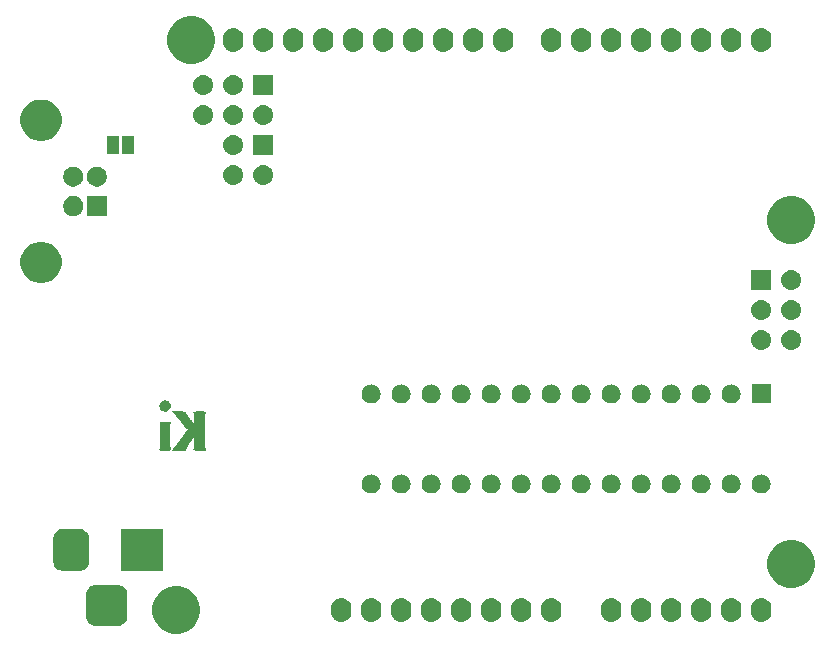
<source format=gbr>
G04 #@! TF.GenerationSoftware,KiCad,Pcbnew,5.0.2-bee76a0~70~ubuntu18.04.1*
G04 #@! TF.CreationDate,2018-12-20T19:54:29+08:00*
G04 #@! TF.ProjectId,arduino-uno,61726475-696e-46f2-9d75-6e6f2e6b6963,rev?*
G04 #@! TF.SameCoordinates,Original*
G04 #@! TF.FileFunction,Soldermask,Bot*
G04 #@! TF.FilePolarity,Negative*
%FSLAX46Y46*%
G04 Gerber Fmt 4.6, Leading zero omitted, Abs format (unit mm)*
G04 Created by KiCad (PCBNEW 5.0.2-bee76a0~70~ubuntu18.04.1) date 2018年12月20日 星期四 19时54分29秒*
%MOMM*%
%LPD*%
G01*
G04 APERTURE LIST*
%ADD10C,0.010000*%
%ADD11C,0.100000*%
G04 APERTURE END LIST*
D10*
G04 #@! TO.C,REF5*
G36*
X125179253Y-107022900D02*
X124633941Y-107022900D01*
X124832721Y-107224287D01*
X125162429Y-107587191D01*
X125376849Y-107861315D01*
X125455297Y-107964900D01*
X125549856Y-108085029D01*
X125649950Y-108208702D01*
X125745002Y-108322919D01*
X125824434Y-108414681D01*
X125849532Y-108442260D01*
X125930964Y-108529712D01*
X125861006Y-108620856D01*
X125725564Y-108810104D01*
X125638022Y-108949550D01*
X125583152Y-109031786D01*
X125521876Y-109111112D01*
X125516727Y-109117107D01*
X125447778Y-109200081D01*
X125367253Y-109302637D01*
X125284058Y-109412788D01*
X125207098Y-109518547D01*
X125145281Y-109607925D01*
X125109624Y-109665047D01*
X125074543Y-109718096D01*
X125016014Y-109796562D01*
X124944180Y-109887752D01*
X124869185Y-109978972D01*
X124801172Y-110057532D01*
X124764800Y-110096520D01*
X124740911Y-110122581D01*
X124698637Y-110169906D01*
X124690523Y-110179070D01*
X124628945Y-110248700D01*
X125755400Y-110248700D01*
X125755400Y-110170423D01*
X125772163Y-110093895D01*
X125819393Y-109988649D01*
X125892507Y-109862739D01*
X125986919Y-109724216D01*
X126074458Y-109610033D01*
X126145732Y-109517813D01*
X126211053Y-109426769D01*
X126258223Y-109354035D01*
X126264329Y-109343333D01*
X126304371Y-109276934D01*
X126339658Y-109228784D01*
X126348301Y-109220000D01*
X126382862Y-109181316D01*
X126423085Y-109124750D01*
X126460774Y-109076593D01*
X126491285Y-109054987D01*
X126492586Y-109054900D01*
X126501462Y-109079591D01*
X126508582Y-109150881D01*
X126513736Y-109264592D01*
X126516717Y-109416544D01*
X126517400Y-109551461D01*
X126516716Y-109730763D01*
X126514305Y-109866770D01*
X126509625Y-109966975D01*
X126502137Y-110038869D01*
X126491302Y-110089943D01*
X126476579Y-110127688D01*
X126475756Y-110129311D01*
X126440283Y-110188991D01*
X126408777Y-110227118D01*
X126405906Y-110229261D01*
X126421403Y-110234823D01*
X126480753Y-110239762D01*
X126577014Y-110243812D01*
X126703241Y-110246707D01*
X126852489Y-110248182D01*
X126904206Y-110248311D01*
X127430711Y-110248700D01*
X127401032Y-110178850D01*
X127372859Y-110120258D01*
X127350776Y-110084870D01*
X127346943Y-110055642D01*
X127343343Y-109980281D01*
X127340041Y-109863451D01*
X127337104Y-109709817D01*
X127334601Y-109524046D01*
X127332596Y-109310802D01*
X127331158Y-109074751D01*
X127330353Y-108820559D01*
X127330201Y-108648790D01*
X127330259Y-108344811D01*
X127330530Y-108087412D01*
X127331154Y-107872374D01*
X127332274Y-107695478D01*
X127334031Y-107552504D01*
X127336567Y-107439233D01*
X127340024Y-107351445D01*
X127344543Y-107284921D01*
X127350267Y-107235441D01*
X127357338Y-107198786D01*
X127365896Y-107170737D01*
X127376084Y-107147074D01*
X127381001Y-107137199D01*
X127411756Y-107075369D01*
X127429810Y-107036160D01*
X127431801Y-107030229D01*
X127407665Y-107028007D01*
X127340312Y-107026056D01*
X127237328Y-107024484D01*
X127106294Y-107023401D01*
X126954795Y-107022915D01*
X126921083Y-107022900D01*
X126747940Y-107023164D01*
X126619371Y-107024331D01*
X126529154Y-107026964D01*
X126471063Y-107031623D01*
X126438876Y-107038872D01*
X126426368Y-107049272D01*
X126427314Y-107063385D01*
X126428836Y-107067350D01*
X126462195Y-107156173D01*
X126486261Y-107244681D01*
X126502420Y-107343641D01*
X126512058Y-107463821D01*
X126516560Y-107615988D01*
X126517400Y-107755588D01*
X126517401Y-108175404D01*
X126441201Y-108102400D01*
X126393587Y-108052057D01*
X126367006Y-108014778D01*
X126365000Y-108007983D01*
X126349863Y-107982050D01*
X126310372Y-107928628D01*
X126255412Y-107858645D01*
X126193868Y-107783029D01*
X126134623Y-107712709D01*
X126086561Y-107658614D01*
X126059761Y-107632500D01*
X126037439Y-107605234D01*
X125999064Y-107549130D01*
X125971198Y-107505500D01*
X125912995Y-107417798D01*
X125850049Y-107331198D01*
X125827701Y-107302862D01*
X125782987Y-107236236D01*
X125757592Y-107175143D01*
X125755400Y-107158890D01*
X125754878Y-107115177D01*
X125749209Y-107082002D01*
X125732238Y-107057912D01*
X125697811Y-107041455D01*
X125639774Y-107031177D01*
X125551972Y-107025627D01*
X125428250Y-107023351D01*
X125262455Y-107022896D01*
X125179253Y-107022900D01*
X125179253Y-107022900D01*
G37*
X125179253Y-107022900D02*
X124633941Y-107022900D01*
X124832721Y-107224287D01*
X125162429Y-107587191D01*
X125376849Y-107861315D01*
X125455297Y-107964900D01*
X125549856Y-108085029D01*
X125649950Y-108208702D01*
X125745002Y-108322919D01*
X125824434Y-108414681D01*
X125849532Y-108442260D01*
X125930964Y-108529712D01*
X125861006Y-108620856D01*
X125725564Y-108810104D01*
X125638022Y-108949550D01*
X125583152Y-109031786D01*
X125521876Y-109111112D01*
X125516727Y-109117107D01*
X125447778Y-109200081D01*
X125367253Y-109302637D01*
X125284058Y-109412788D01*
X125207098Y-109518547D01*
X125145281Y-109607925D01*
X125109624Y-109665047D01*
X125074543Y-109718096D01*
X125016014Y-109796562D01*
X124944180Y-109887752D01*
X124869185Y-109978972D01*
X124801172Y-110057532D01*
X124764800Y-110096520D01*
X124740911Y-110122581D01*
X124698637Y-110169906D01*
X124690523Y-110179070D01*
X124628945Y-110248700D01*
X125755400Y-110248700D01*
X125755400Y-110170423D01*
X125772163Y-110093895D01*
X125819393Y-109988649D01*
X125892507Y-109862739D01*
X125986919Y-109724216D01*
X126074458Y-109610033D01*
X126145732Y-109517813D01*
X126211053Y-109426769D01*
X126258223Y-109354035D01*
X126264329Y-109343333D01*
X126304371Y-109276934D01*
X126339658Y-109228784D01*
X126348301Y-109220000D01*
X126382862Y-109181316D01*
X126423085Y-109124750D01*
X126460774Y-109076593D01*
X126491285Y-109054987D01*
X126492586Y-109054900D01*
X126501462Y-109079591D01*
X126508582Y-109150881D01*
X126513736Y-109264592D01*
X126516717Y-109416544D01*
X126517400Y-109551461D01*
X126516716Y-109730763D01*
X126514305Y-109866770D01*
X126509625Y-109966975D01*
X126502137Y-110038869D01*
X126491302Y-110089943D01*
X126476579Y-110127688D01*
X126475756Y-110129311D01*
X126440283Y-110188991D01*
X126408777Y-110227118D01*
X126405906Y-110229261D01*
X126421403Y-110234823D01*
X126480753Y-110239762D01*
X126577014Y-110243812D01*
X126703241Y-110246707D01*
X126852489Y-110248182D01*
X126904206Y-110248311D01*
X127430711Y-110248700D01*
X127401032Y-110178850D01*
X127372859Y-110120258D01*
X127350776Y-110084870D01*
X127346943Y-110055642D01*
X127343343Y-109980281D01*
X127340041Y-109863451D01*
X127337104Y-109709817D01*
X127334601Y-109524046D01*
X127332596Y-109310802D01*
X127331158Y-109074751D01*
X127330353Y-108820559D01*
X127330201Y-108648790D01*
X127330259Y-108344811D01*
X127330530Y-108087412D01*
X127331154Y-107872374D01*
X127332274Y-107695478D01*
X127334031Y-107552504D01*
X127336567Y-107439233D01*
X127340024Y-107351445D01*
X127344543Y-107284921D01*
X127350267Y-107235441D01*
X127357338Y-107198786D01*
X127365896Y-107170737D01*
X127376084Y-107147074D01*
X127381001Y-107137199D01*
X127411756Y-107075369D01*
X127429810Y-107036160D01*
X127431801Y-107030229D01*
X127407665Y-107028007D01*
X127340312Y-107026056D01*
X127237328Y-107024484D01*
X127106294Y-107023401D01*
X126954795Y-107022915D01*
X126921083Y-107022900D01*
X126747940Y-107023164D01*
X126619371Y-107024331D01*
X126529154Y-107026964D01*
X126471063Y-107031623D01*
X126438876Y-107038872D01*
X126426368Y-107049272D01*
X126427314Y-107063385D01*
X126428836Y-107067350D01*
X126462195Y-107156173D01*
X126486261Y-107244681D01*
X126502420Y-107343641D01*
X126512058Y-107463821D01*
X126516560Y-107615988D01*
X126517400Y-107755588D01*
X126517401Y-108175404D01*
X126441201Y-108102400D01*
X126393587Y-108052057D01*
X126367006Y-108014778D01*
X126365000Y-108007983D01*
X126349863Y-107982050D01*
X126310372Y-107928628D01*
X126255412Y-107858645D01*
X126193868Y-107783029D01*
X126134623Y-107712709D01*
X126086561Y-107658614D01*
X126059761Y-107632500D01*
X126037439Y-107605234D01*
X125999064Y-107549130D01*
X125971198Y-107505500D01*
X125912995Y-107417798D01*
X125850049Y-107331198D01*
X125827701Y-107302862D01*
X125782987Y-107236236D01*
X125757592Y-107175143D01*
X125755400Y-107158890D01*
X125754878Y-107115177D01*
X125749209Y-107082002D01*
X125732238Y-107057912D01*
X125697811Y-107041455D01*
X125639774Y-107031177D01*
X125551972Y-107025627D01*
X125428250Y-107023351D01*
X125262455Y-107022896D01*
X125179253Y-107022900D01*
G36*
X123596400Y-108986545D02*
X123596179Y-109258028D01*
X123595417Y-109483118D01*
X123593974Y-109666221D01*
X123591706Y-109811740D01*
X123588469Y-109924083D01*
X123584122Y-110007655D01*
X123578520Y-110066859D01*
X123571522Y-110106103D01*
X123562984Y-110129792D01*
X123559108Y-110135895D01*
X123532822Y-110173443D01*
X123522109Y-110201585D01*
X123532290Y-110221674D01*
X123568688Y-110235063D01*
X123636624Y-110243105D01*
X123741422Y-110247153D01*
X123888402Y-110248560D01*
X124002800Y-110248700D01*
X124153082Y-110248015D01*
X124284273Y-110246108D01*
X124388573Y-110243202D01*
X124458181Y-110239517D01*
X124485295Y-110235276D01*
X124485400Y-110234988D01*
X124474845Y-110205954D01*
X124448274Y-110149009D01*
X124434600Y-110121700D01*
X124421734Y-110094260D01*
X124411241Y-110063894D01*
X124402880Y-110025420D01*
X124396409Y-109973655D01*
X124391589Y-109903418D01*
X124388178Y-109809527D01*
X124385935Y-109686801D01*
X124384619Y-109530059D01*
X124383990Y-109334117D01*
X124383805Y-109093796D01*
X124383800Y-109029250D01*
X124384053Y-108771769D01*
X124384929Y-108560249D01*
X124386604Y-108389851D01*
X124389252Y-108255738D01*
X124393050Y-108153071D01*
X124398173Y-108077013D01*
X124404797Y-108022726D01*
X124413097Y-107985372D01*
X124422553Y-107961438D01*
X124461305Y-107886500D01*
X123596400Y-107886500D01*
X123596400Y-108986545D01*
X123596400Y-108986545D01*
G37*
X123596400Y-108986545D02*
X123596179Y-109258028D01*
X123595417Y-109483118D01*
X123593974Y-109666221D01*
X123591706Y-109811740D01*
X123588469Y-109924083D01*
X123584122Y-110007655D01*
X123578520Y-110066859D01*
X123571522Y-110106103D01*
X123562984Y-110129792D01*
X123559108Y-110135895D01*
X123532822Y-110173443D01*
X123522109Y-110201585D01*
X123532290Y-110221674D01*
X123568688Y-110235063D01*
X123636624Y-110243105D01*
X123741422Y-110247153D01*
X123888402Y-110248560D01*
X124002800Y-110248700D01*
X124153082Y-110248015D01*
X124284273Y-110246108D01*
X124388573Y-110243202D01*
X124458181Y-110239517D01*
X124485295Y-110235276D01*
X124485400Y-110234988D01*
X124474845Y-110205954D01*
X124448274Y-110149009D01*
X124434600Y-110121700D01*
X124421734Y-110094260D01*
X124411241Y-110063894D01*
X124402880Y-110025420D01*
X124396409Y-109973655D01*
X124391589Y-109903418D01*
X124388178Y-109809527D01*
X124385935Y-109686801D01*
X124384619Y-109530059D01*
X124383990Y-109334117D01*
X124383805Y-109093796D01*
X124383800Y-109029250D01*
X124384053Y-108771769D01*
X124384929Y-108560249D01*
X124386604Y-108389851D01*
X124389252Y-108255738D01*
X124393050Y-108153071D01*
X124398173Y-108077013D01*
X124404797Y-108022726D01*
X124413097Y-107985372D01*
X124422553Y-107961438D01*
X124461305Y-107886500D01*
X123596400Y-107886500D01*
X123596400Y-108986545D01*
G36*
X123837059Y-106120460D02*
X123719455Y-106186895D01*
X123625977Y-106289545D01*
X123582188Y-106375624D01*
X123551578Y-106514114D01*
X123560679Y-106652091D01*
X123608027Y-106773584D01*
X123620412Y-106792350D01*
X123710851Y-106879908D01*
X123829729Y-106940053D01*
X123962667Y-106969918D01*
X124095287Y-106966634D01*
X124213210Y-106927332D01*
X124233994Y-106914744D01*
X124316263Y-106835894D01*
X124384086Y-106727270D01*
X124426253Y-106609795D01*
X124434600Y-106540299D01*
X124415326Y-106431075D01*
X124364810Y-106316610D01*
X124294018Y-106217658D01*
X124238358Y-106168795D01*
X124106139Y-106108376D01*
X123969163Y-106093276D01*
X123837059Y-106120460D01*
X123837059Y-106120460D01*
G37*
X123837059Y-106120460D02*
X123719455Y-106186895D01*
X123625977Y-106289545D01*
X123582188Y-106375624D01*
X123551578Y-106514114D01*
X123560679Y-106652091D01*
X123608027Y-106773584D01*
X123620412Y-106792350D01*
X123710851Y-106879908D01*
X123829729Y-106940053D01*
X123962667Y-106969918D01*
X124095287Y-106966634D01*
X124213210Y-106927332D01*
X124233994Y-106914744D01*
X124316263Y-106835894D01*
X124384086Y-106727270D01*
X124426253Y-106609795D01*
X124434600Y-106540299D01*
X124415326Y-106431075D01*
X124364810Y-106316610D01*
X124294018Y-106217658D01*
X124238358Y-106168795D01*
X124106139Y-106108376D01*
X123969163Y-106093276D01*
X123837059Y-106120460D01*
D11*
G36*
X125560712Y-121871088D02*
X125930510Y-122024263D01*
X125930513Y-122024265D01*
X126263325Y-122246643D01*
X126546357Y-122529675D01*
X126730204Y-122804822D01*
X126768737Y-122862490D01*
X126921912Y-123232288D01*
X127000000Y-123624864D01*
X127000000Y-124025136D01*
X126921912Y-124417712D01*
X126768737Y-124787510D01*
X126768735Y-124787513D01*
X126546357Y-125120325D01*
X126263325Y-125403357D01*
X125930513Y-125625735D01*
X125930510Y-125625737D01*
X125560712Y-125778912D01*
X125168136Y-125857000D01*
X124767864Y-125857000D01*
X124375288Y-125778912D01*
X124005490Y-125625737D01*
X124005487Y-125625735D01*
X123672675Y-125403357D01*
X123389643Y-125120325D01*
X123167265Y-124787513D01*
X123167263Y-124787510D01*
X123014088Y-124417712D01*
X122936000Y-124025136D01*
X122936000Y-123624864D01*
X123014088Y-123232288D01*
X123167263Y-122862490D01*
X123205796Y-122804822D01*
X123389643Y-122529675D01*
X123672675Y-122246643D01*
X124005487Y-122024265D01*
X124005490Y-122024263D01*
X124375288Y-121871088D01*
X124767864Y-121793000D01*
X125168136Y-121793000D01*
X125560712Y-121871088D01*
X125560712Y-121871088D01*
G37*
G36*
X120173891Y-121711205D02*
X120326200Y-121757407D01*
X120466567Y-121832435D01*
X120589597Y-121933403D01*
X120690565Y-122056433D01*
X120765593Y-122196800D01*
X120811795Y-122349109D01*
X120828000Y-122513640D01*
X120828000Y-124376360D01*
X120811795Y-124540891D01*
X120765593Y-124693200D01*
X120690565Y-124833567D01*
X120589597Y-124956597D01*
X120466567Y-125057565D01*
X120326200Y-125132593D01*
X120173891Y-125178795D01*
X120009360Y-125195000D01*
X118146640Y-125195000D01*
X117982109Y-125178795D01*
X117829800Y-125132593D01*
X117689433Y-125057565D01*
X117566403Y-124956597D01*
X117465435Y-124833567D01*
X117390407Y-124693200D01*
X117344205Y-124540891D01*
X117328000Y-124376360D01*
X117328000Y-122513640D01*
X117344205Y-122349109D01*
X117390407Y-122196800D01*
X117465435Y-122056433D01*
X117566403Y-121933403D01*
X117689433Y-121832435D01*
X117829800Y-121757407D01*
X117982109Y-121711205D01*
X118146640Y-121695000D01*
X120009360Y-121695000D01*
X120173891Y-121711205D01*
X120173891Y-121711205D01*
G37*
G36*
X144187294Y-122821496D02*
X144307726Y-122858029D01*
X144350087Y-122870879D01*
X144500112Y-122951068D01*
X144631612Y-123058988D01*
X144739532Y-123190488D01*
X144819721Y-123340512D01*
X144832571Y-123382873D01*
X144869104Y-123503305D01*
X144869104Y-123503307D01*
X144881600Y-123630179D01*
X144881600Y-124019820D01*
X144881076Y-124025136D01*
X144869104Y-124146694D01*
X144832571Y-124267128D01*
X144819721Y-124309488D01*
X144739532Y-124459512D01*
X144631612Y-124591012D01*
X144500112Y-124698932D01*
X144350088Y-124779121D01*
X144322433Y-124787510D01*
X144187295Y-124828504D01*
X144074432Y-124839620D01*
X144018001Y-124845178D01*
X144018000Y-124845178D01*
X143848706Y-124828504D01*
X143713568Y-124787510D01*
X143685913Y-124779121D01*
X143535889Y-124698932D01*
X143445946Y-124625117D01*
X143404388Y-124591012D01*
X143296469Y-124459512D01*
X143274127Y-124417713D01*
X143216279Y-124309488D01*
X143203429Y-124267127D01*
X143166896Y-124146695D01*
X143158565Y-124062112D01*
X143154400Y-124019821D01*
X143154400Y-123630180D01*
X143166896Y-123503308D01*
X143166896Y-123503306D01*
X143216278Y-123340517D01*
X143216279Y-123340513D01*
X143296468Y-123190488D01*
X143404388Y-123058988D01*
X143535888Y-122951068D01*
X143685912Y-122870879D01*
X143728273Y-122858029D01*
X143848705Y-122821496D01*
X143961568Y-122810380D01*
X144017999Y-122804822D01*
X144018000Y-122804822D01*
X144187294Y-122821496D01*
X144187294Y-122821496D01*
G37*
G36*
X139107294Y-122821496D02*
X139227726Y-122858029D01*
X139270087Y-122870879D01*
X139420112Y-122951068D01*
X139551612Y-123058988D01*
X139659532Y-123190488D01*
X139739721Y-123340512D01*
X139752571Y-123382873D01*
X139789104Y-123503305D01*
X139789104Y-123503307D01*
X139801600Y-123630179D01*
X139801600Y-124019820D01*
X139801076Y-124025136D01*
X139789104Y-124146694D01*
X139752571Y-124267128D01*
X139739721Y-124309488D01*
X139659532Y-124459512D01*
X139551612Y-124591012D01*
X139420112Y-124698932D01*
X139270088Y-124779121D01*
X139242433Y-124787510D01*
X139107295Y-124828504D01*
X138994432Y-124839620D01*
X138938001Y-124845178D01*
X138938000Y-124845178D01*
X138768706Y-124828504D01*
X138633568Y-124787510D01*
X138605913Y-124779121D01*
X138455889Y-124698932D01*
X138365946Y-124625117D01*
X138324388Y-124591012D01*
X138216469Y-124459512D01*
X138194127Y-124417713D01*
X138136279Y-124309488D01*
X138123429Y-124267127D01*
X138086896Y-124146695D01*
X138078565Y-124062112D01*
X138074400Y-124019821D01*
X138074400Y-123630180D01*
X138086896Y-123503308D01*
X138086896Y-123503306D01*
X138136278Y-123340517D01*
X138136279Y-123340513D01*
X138216468Y-123190488D01*
X138324388Y-123058988D01*
X138455888Y-122951068D01*
X138605912Y-122870879D01*
X138648273Y-122858029D01*
X138768705Y-122821496D01*
X138881568Y-122810380D01*
X138937999Y-122804822D01*
X138938000Y-122804822D01*
X139107294Y-122821496D01*
X139107294Y-122821496D01*
G37*
G36*
X141647294Y-122821496D02*
X141767726Y-122858029D01*
X141810087Y-122870879D01*
X141960112Y-122951068D01*
X142091612Y-123058988D01*
X142199532Y-123190488D01*
X142279721Y-123340512D01*
X142292571Y-123382873D01*
X142329104Y-123503305D01*
X142329104Y-123503307D01*
X142341600Y-123630179D01*
X142341600Y-124019820D01*
X142341076Y-124025136D01*
X142329104Y-124146694D01*
X142292571Y-124267128D01*
X142279721Y-124309488D01*
X142199532Y-124459512D01*
X142091612Y-124591012D01*
X141960112Y-124698932D01*
X141810088Y-124779121D01*
X141782433Y-124787510D01*
X141647295Y-124828504D01*
X141534432Y-124839620D01*
X141478001Y-124845178D01*
X141478000Y-124845178D01*
X141308706Y-124828504D01*
X141173568Y-124787510D01*
X141145913Y-124779121D01*
X140995889Y-124698932D01*
X140905946Y-124625117D01*
X140864388Y-124591012D01*
X140756469Y-124459512D01*
X140734127Y-124417713D01*
X140676279Y-124309488D01*
X140663429Y-124267127D01*
X140626896Y-124146695D01*
X140618565Y-124062112D01*
X140614400Y-124019821D01*
X140614400Y-123630180D01*
X140626896Y-123503308D01*
X140626896Y-123503306D01*
X140676278Y-123340517D01*
X140676279Y-123340513D01*
X140756468Y-123190488D01*
X140864388Y-123058988D01*
X140995888Y-122951068D01*
X141145912Y-122870879D01*
X141188273Y-122858029D01*
X141308705Y-122821496D01*
X141421568Y-122810380D01*
X141477999Y-122804822D01*
X141478000Y-122804822D01*
X141647294Y-122821496D01*
X141647294Y-122821496D01*
G37*
G36*
X146727294Y-122821496D02*
X146847726Y-122858029D01*
X146890087Y-122870879D01*
X147040112Y-122951068D01*
X147171612Y-123058988D01*
X147279532Y-123190488D01*
X147359721Y-123340512D01*
X147372571Y-123382873D01*
X147409104Y-123503305D01*
X147409104Y-123503307D01*
X147421600Y-123630179D01*
X147421600Y-124019820D01*
X147421076Y-124025136D01*
X147409104Y-124146694D01*
X147372571Y-124267128D01*
X147359721Y-124309488D01*
X147279532Y-124459512D01*
X147171612Y-124591012D01*
X147040112Y-124698932D01*
X146890088Y-124779121D01*
X146862433Y-124787510D01*
X146727295Y-124828504D01*
X146614432Y-124839620D01*
X146558001Y-124845178D01*
X146558000Y-124845178D01*
X146388706Y-124828504D01*
X146253568Y-124787510D01*
X146225913Y-124779121D01*
X146075889Y-124698932D01*
X145985946Y-124625117D01*
X145944388Y-124591012D01*
X145836469Y-124459512D01*
X145814127Y-124417713D01*
X145756279Y-124309488D01*
X145743429Y-124267127D01*
X145706896Y-124146695D01*
X145698565Y-124062112D01*
X145694400Y-124019821D01*
X145694400Y-123630180D01*
X145706896Y-123503308D01*
X145706896Y-123503306D01*
X145756278Y-123340517D01*
X145756279Y-123340513D01*
X145836468Y-123190488D01*
X145944388Y-123058988D01*
X146075888Y-122951068D01*
X146225912Y-122870879D01*
X146268273Y-122858029D01*
X146388705Y-122821496D01*
X146501568Y-122810380D01*
X146557999Y-122804822D01*
X146558000Y-122804822D01*
X146727294Y-122821496D01*
X146727294Y-122821496D01*
G37*
G36*
X149267294Y-122821496D02*
X149387726Y-122858029D01*
X149430087Y-122870879D01*
X149580112Y-122951068D01*
X149711612Y-123058988D01*
X149819532Y-123190488D01*
X149899721Y-123340512D01*
X149912571Y-123382873D01*
X149949104Y-123503305D01*
X149949104Y-123503307D01*
X149961600Y-123630179D01*
X149961600Y-124019820D01*
X149961076Y-124025136D01*
X149949104Y-124146694D01*
X149912571Y-124267128D01*
X149899721Y-124309488D01*
X149819532Y-124459512D01*
X149711612Y-124591012D01*
X149580112Y-124698932D01*
X149430088Y-124779121D01*
X149402433Y-124787510D01*
X149267295Y-124828504D01*
X149154432Y-124839620D01*
X149098001Y-124845178D01*
X149098000Y-124845178D01*
X148928706Y-124828504D01*
X148793568Y-124787510D01*
X148765913Y-124779121D01*
X148615889Y-124698932D01*
X148525946Y-124625117D01*
X148484388Y-124591012D01*
X148376469Y-124459512D01*
X148354127Y-124417713D01*
X148296279Y-124309488D01*
X148283429Y-124267127D01*
X148246896Y-124146695D01*
X148238565Y-124062112D01*
X148234400Y-124019821D01*
X148234400Y-123630180D01*
X148246896Y-123503308D01*
X148246896Y-123503306D01*
X148296278Y-123340517D01*
X148296279Y-123340513D01*
X148376468Y-123190488D01*
X148484388Y-123058988D01*
X148615888Y-122951068D01*
X148765912Y-122870879D01*
X148808273Y-122858029D01*
X148928705Y-122821496D01*
X149041568Y-122810380D01*
X149097999Y-122804822D01*
X149098000Y-122804822D01*
X149267294Y-122821496D01*
X149267294Y-122821496D01*
G37*
G36*
X151807294Y-122821496D02*
X151927726Y-122858029D01*
X151970087Y-122870879D01*
X152120112Y-122951068D01*
X152251612Y-123058988D01*
X152359532Y-123190488D01*
X152439721Y-123340512D01*
X152452571Y-123382873D01*
X152489104Y-123503305D01*
X152489104Y-123503307D01*
X152501600Y-123630179D01*
X152501600Y-124019820D01*
X152501076Y-124025136D01*
X152489104Y-124146694D01*
X152452571Y-124267128D01*
X152439721Y-124309488D01*
X152359532Y-124459512D01*
X152251612Y-124591012D01*
X152120112Y-124698932D01*
X151970088Y-124779121D01*
X151942433Y-124787510D01*
X151807295Y-124828504D01*
X151694432Y-124839620D01*
X151638001Y-124845178D01*
X151638000Y-124845178D01*
X151468706Y-124828504D01*
X151333568Y-124787510D01*
X151305913Y-124779121D01*
X151155889Y-124698932D01*
X151065946Y-124625117D01*
X151024388Y-124591012D01*
X150916469Y-124459512D01*
X150894127Y-124417713D01*
X150836279Y-124309488D01*
X150823429Y-124267127D01*
X150786896Y-124146695D01*
X150778565Y-124062112D01*
X150774400Y-124019821D01*
X150774400Y-123630180D01*
X150786896Y-123503308D01*
X150786896Y-123503306D01*
X150836278Y-123340517D01*
X150836279Y-123340513D01*
X150916468Y-123190488D01*
X151024388Y-123058988D01*
X151155888Y-122951068D01*
X151305912Y-122870879D01*
X151348273Y-122858029D01*
X151468705Y-122821496D01*
X151581568Y-122810380D01*
X151637999Y-122804822D01*
X151638000Y-122804822D01*
X151807294Y-122821496D01*
X151807294Y-122821496D01*
G37*
G36*
X154347294Y-122821496D02*
X154467726Y-122858029D01*
X154510087Y-122870879D01*
X154660112Y-122951068D01*
X154791612Y-123058988D01*
X154899532Y-123190488D01*
X154979721Y-123340512D01*
X154992571Y-123382873D01*
X155029104Y-123503305D01*
X155029104Y-123503307D01*
X155041600Y-123630179D01*
X155041600Y-124019820D01*
X155041076Y-124025136D01*
X155029104Y-124146694D01*
X154992571Y-124267128D01*
X154979721Y-124309488D01*
X154899532Y-124459512D01*
X154791612Y-124591012D01*
X154660112Y-124698932D01*
X154510088Y-124779121D01*
X154482433Y-124787510D01*
X154347295Y-124828504D01*
X154234432Y-124839620D01*
X154178001Y-124845178D01*
X154178000Y-124845178D01*
X154008706Y-124828504D01*
X153873568Y-124787510D01*
X153845913Y-124779121D01*
X153695889Y-124698932D01*
X153605946Y-124625117D01*
X153564388Y-124591012D01*
X153456469Y-124459512D01*
X153434127Y-124417713D01*
X153376279Y-124309488D01*
X153363429Y-124267127D01*
X153326896Y-124146695D01*
X153318565Y-124062112D01*
X153314400Y-124019821D01*
X153314400Y-123630180D01*
X153326896Y-123503308D01*
X153326896Y-123503306D01*
X153376278Y-123340517D01*
X153376279Y-123340513D01*
X153456468Y-123190488D01*
X153564388Y-123058988D01*
X153695888Y-122951068D01*
X153845912Y-122870879D01*
X153888273Y-122858029D01*
X154008705Y-122821496D01*
X154121568Y-122810380D01*
X154177999Y-122804822D01*
X154178000Y-122804822D01*
X154347294Y-122821496D01*
X154347294Y-122821496D01*
G37*
G36*
X161967294Y-122821496D02*
X162087726Y-122858029D01*
X162130087Y-122870879D01*
X162280112Y-122951068D01*
X162411612Y-123058988D01*
X162519532Y-123190488D01*
X162599721Y-123340512D01*
X162612571Y-123382873D01*
X162649104Y-123503305D01*
X162649104Y-123503307D01*
X162661600Y-123630179D01*
X162661600Y-124019820D01*
X162661076Y-124025136D01*
X162649104Y-124146694D01*
X162612571Y-124267128D01*
X162599721Y-124309488D01*
X162519532Y-124459512D01*
X162411612Y-124591012D01*
X162280112Y-124698932D01*
X162130088Y-124779121D01*
X162102433Y-124787510D01*
X161967295Y-124828504D01*
X161854432Y-124839620D01*
X161798001Y-124845178D01*
X161798000Y-124845178D01*
X161628706Y-124828504D01*
X161493568Y-124787510D01*
X161465913Y-124779121D01*
X161315889Y-124698932D01*
X161225946Y-124625117D01*
X161184388Y-124591012D01*
X161076469Y-124459512D01*
X161054127Y-124417713D01*
X160996279Y-124309488D01*
X160983429Y-124267127D01*
X160946896Y-124146695D01*
X160938565Y-124062112D01*
X160934400Y-124019821D01*
X160934400Y-123630180D01*
X160946896Y-123503308D01*
X160946896Y-123503306D01*
X160996278Y-123340517D01*
X160996279Y-123340513D01*
X161076468Y-123190488D01*
X161184388Y-123058988D01*
X161315888Y-122951068D01*
X161465912Y-122870879D01*
X161508273Y-122858029D01*
X161628705Y-122821496D01*
X161741568Y-122810380D01*
X161797999Y-122804822D01*
X161798000Y-122804822D01*
X161967294Y-122821496D01*
X161967294Y-122821496D01*
G37*
G36*
X164507294Y-122821496D02*
X164627726Y-122858029D01*
X164670087Y-122870879D01*
X164820112Y-122951068D01*
X164951612Y-123058988D01*
X165059532Y-123190488D01*
X165139721Y-123340512D01*
X165152571Y-123382873D01*
X165189104Y-123503305D01*
X165189104Y-123503307D01*
X165201600Y-123630179D01*
X165201600Y-124019820D01*
X165201076Y-124025136D01*
X165189104Y-124146694D01*
X165152571Y-124267128D01*
X165139721Y-124309488D01*
X165059532Y-124459512D01*
X164951612Y-124591012D01*
X164820112Y-124698932D01*
X164670088Y-124779121D01*
X164642433Y-124787510D01*
X164507295Y-124828504D01*
X164394432Y-124839620D01*
X164338001Y-124845178D01*
X164338000Y-124845178D01*
X164168706Y-124828504D01*
X164033568Y-124787510D01*
X164005913Y-124779121D01*
X163855889Y-124698932D01*
X163765946Y-124625117D01*
X163724388Y-124591012D01*
X163616469Y-124459512D01*
X163594127Y-124417713D01*
X163536279Y-124309488D01*
X163523429Y-124267127D01*
X163486896Y-124146695D01*
X163478565Y-124062112D01*
X163474400Y-124019821D01*
X163474400Y-123630180D01*
X163486896Y-123503308D01*
X163486896Y-123503306D01*
X163536278Y-123340517D01*
X163536279Y-123340513D01*
X163616468Y-123190488D01*
X163724388Y-123058988D01*
X163855888Y-122951068D01*
X164005912Y-122870879D01*
X164048273Y-122858029D01*
X164168705Y-122821496D01*
X164281568Y-122810380D01*
X164337999Y-122804822D01*
X164338000Y-122804822D01*
X164507294Y-122821496D01*
X164507294Y-122821496D01*
G37*
G36*
X167047294Y-122821496D02*
X167167726Y-122858029D01*
X167210087Y-122870879D01*
X167360112Y-122951068D01*
X167491612Y-123058988D01*
X167599532Y-123190488D01*
X167679721Y-123340512D01*
X167692571Y-123382873D01*
X167729104Y-123503305D01*
X167729104Y-123503307D01*
X167741600Y-123630179D01*
X167741600Y-124019820D01*
X167741076Y-124025136D01*
X167729104Y-124146694D01*
X167692571Y-124267128D01*
X167679721Y-124309488D01*
X167599532Y-124459512D01*
X167491612Y-124591012D01*
X167360112Y-124698932D01*
X167210088Y-124779121D01*
X167182433Y-124787510D01*
X167047295Y-124828504D01*
X166934432Y-124839620D01*
X166878001Y-124845178D01*
X166878000Y-124845178D01*
X166708706Y-124828504D01*
X166573568Y-124787510D01*
X166545913Y-124779121D01*
X166395889Y-124698932D01*
X166305946Y-124625117D01*
X166264388Y-124591012D01*
X166156469Y-124459512D01*
X166134127Y-124417713D01*
X166076279Y-124309488D01*
X166063429Y-124267127D01*
X166026896Y-124146695D01*
X166018565Y-124062112D01*
X166014400Y-124019821D01*
X166014400Y-123630180D01*
X166026896Y-123503308D01*
X166026896Y-123503306D01*
X166076278Y-123340517D01*
X166076279Y-123340513D01*
X166156468Y-123190488D01*
X166264388Y-123058988D01*
X166395888Y-122951068D01*
X166545912Y-122870879D01*
X166588273Y-122858029D01*
X166708705Y-122821496D01*
X166821568Y-122810380D01*
X166877999Y-122804822D01*
X166878000Y-122804822D01*
X167047294Y-122821496D01*
X167047294Y-122821496D01*
G37*
G36*
X174667294Y-122821496D02*
X174787726Y-122858029D01*
X174830087Y-122870879D01*
X174980112Y-122951068D01*
X175111612Y-123058988D01*
X175219532Y-123190488D01*
X175299721Y-123340512D01*
X175312571Y-123382873D01*
X175349104Y-123503305D01*
X175349104Y-123503307D01*
X175361600Y-123630179D01*
X175361600Y-124019820D01*
X175361076Y-124025136D01*
X175349104Y-124146694D01*
X175312571Y-124267128D01*
X175299721Y-124309488D01*
X175219532Y-124459512D01*
X175111612Y-124591012D01*
X174980112Y-124698932D01*
X174830088Y-124779121D01*
X174802433Y-124787510D01*
X174667295Y-124828504D01*
X174554432Y-124839620D01*
X174498001Y-124845178D01*
X174498000Y-124845178D01*
X174328706Y-124828504D01*
X174193568Y-124787510D01*
X174165913Y-124779121D01*
X174015889Y-124698932D01*
X173925946Y-124625117D01*
X173884388Y-124591012D01*
X173776469Y-124459512D01*
X173754127Y-124417713D01*
X173696279Y-124309488D01*
X173683429Y-124267127D01*
X173646896Y-124146695D01*
X173638565Y-124062112D01*
X173634400Y-124019821D01*
X173634400Y-123630180D01*
X173646896Y-123503308D01*
X173646896Y-123503306D01*
X173696278Y-123340517D01*
X173696279Y-123340513D01*
X173776468Y-123190488D01*
X173884388Y-123058988D01*
X174015888Y-122951068D01*
X174165912Y-122870879D01*
X174208273Y-122858029D01*
X174328705Y-122821496D01*
X174441568Y-122810380D01*
X174497999Y-122804822D01*
X174498000Y-122804822D01*
X174667294Y-122821496D01*
X174667294Y-122821496D01*
G37*
G36*
X169587294Y-122821496D02*
X169707726Y-122858029D01*
X169750087Y-122870879D01*
X169900112Y-122951068D01*
X170031612Y-123058988D01*
X170139532Y-123190488D01*
X170219721Y-123340512D01*
X170232571Y-123382873D01*
X170269104Y-123503305D01*
X170269104Y-123503307D01*
X170281600Y-123630179D01*
X170281600Y-124019820D01*
X170281076Y-124025136D01*
X170269104Y-124146694D01*
X170232571Y-124267128D01*
X170219721Y-124309488D01*
X170139532Y-124459512D01*
X170031612Y-124591012D01*
X169900112Y-124698932D01*
X169750088Y-124779121D01*
X169722433Y-124787510D01*
X169587295Y-124828504D01*
X169474432Y-124839620D01*
X169418001Y-124845178D01*
X169418000Y-124845178D01*
X169248706Y-124828504D01*
X169113568Y-124787510D01*
X169085913Y-124779121D01*
X168935889Y-124698932D01*
X168845946Y-124625117D01*
X168804388Y-124591012D01*
X168696469Y-124459512D01*
X168674127Y-124417713D01*
X168616279Y-124309488D01*
X168603429Y-124267127D01*
X168566896Y-124146695D01*
X168558565Y-124062112D01*
X168554400Y-124019821D01*
X168554400Y-123630180D01*
X168566896Y-123503308D01*
X168566896Y-123503306D01*
X168616278Y-123340517D01*
X168616279Y-123340513D01*
X168696468Y-123190488D01*
X168804388Y-123058988D01*
X168935888Y-122951068D01*
X169085912Y-122870879D01*
X169128273Y-122858029D01*
X169248705Y-122821496D01*
X169361568Y-122810380D01*
X169417999Y-122804822D01*
X169418000Y-122804822D01*
X169587294Y-122821496D01*
X169587294Y-122821496D01*
G37*
G36*
X172127294Y-122821496D02*
X172247726Y-122858029D01*
X172290087Y-122870879D01*
X172440112Y-122951068D01*
X172571612Y-123058988D01*
X172679532Y-123190488D01*
X172759721Y-123340512D01*
X172772571Y-123382873D01*
X172809104Y-123503305D01*
X172809104Y-123503307D01*
X172821600Y-123630179D01*
X172821600Y-124019820D01*
X172821076Y-124025136D01*
X172809104Y-124146694D01*
X172772571Y-124267128D01*
X172759721Y-124309488D01*
X172679532Y-124459512D01*
X172571612Y-124591012D01*
X172440112Y-124698932D01*
X172290088Y-124779121D01*
X172262433Y-124787510D01*
X172127295Y-124828504D01*
X172014432Y-124839620D01*
X171958001Y-124845178D01*
X171958000Y-124845178D01*
X171788706Y-124828504D01*
X171653568Y-124787510D01*
X171625913Y-124779121D01*
X171475889Y-124698932D01*
X171385946Y-124625117D01*
X171344388Y-124591012D01*
X171236469Y-124459512D01*
X171214127Y-124417713D01*
X171156279Y-124309488D01*
X171143429Y-124267127D01*
X171106896Y-124146695D01*
X171098565Y-124062112D01*
X171094400Y-124019821D01*
X171094400Y-123630180D01*
X171106896Y-123503308D01*
X171106896Y-123503306D01*
X171156278Y-123340517D01*
X171156279Y-123340513D01*
X171236468Y-123190488D01*
X171344388Y-123058988D01*
X171475888Y-122951068D01*
X171625912Y-122870879D01*
X171668273Y-122858029D01*
X171788705Y-122821496D01*
X171901568Y-122810380D01*
X171957999Y-122804822D01*
X171958000Y-122804822D01*
X172127294Y-122821496D01*
X172127294Y-122821496D01*
G37*
G36*
X156887294Y-122821496D02*
X157007726Y-122858029D01*
X157050087Y-122870879D01*
X157200112Y-122951068D01*
X157331612Y-123058988D01*
X157439532Y-123190488D01*
X157519721Y-123340512D01*
X157532571Y-123382873D01*
X157569104Y-123503305D01*
X157569104Y-123503307D01*
X157581600Y-123630179D01*
X157581600Y-124019820D01*
X157581076Y-124025136D01*
X157569104Y-124146694D01*
X157532571Y-124267128D01*
X157519721Y-124309488D01*
X157439532Y-124459512D01*
X157331612Y-124591012D01*
X157200112Y-124698932D01*
X157050088Y-124779121D01*
X157022433Y-124787510D01*
X156887295Y-124828504D01*
X156774432Y-124839620D01*
X156718001Y-124845178D01*
X156718000Y-124845178D01*
X156548706Y-124828504D01*
X156413568Y-124787510D01*
X156385913Y-124779121D01*
X156235889Y-124698932D01*
X156145946Y-124625117D01*
X156104388Y-124591012D01*
X155996469Y-124459512D01*
X155974127Y-124417713D01*
X155916279Y-124309488D01*
X155903429Y-124267127D01*
X155866896Y-124146695D01*
X155858565Y-124062112D01*
X155854400Y-124019821D01*
X155854400Y-123630180D01*
X155866896Y-123503308D01*
X155866896Y-123503306D01*
X155916278Y-123340517D01*
X155916279Y-123340513D01*
X155996468Y-123190488D01*
X156104388Y-123058988D01*
X156235888Y-122951068D01*
X156385912Y-122870879D01*
X156428273Y-122858029D01*
X156548705Y-122821496D01*
X156661568Y-122810380D01*
X156717999Y-122804822D01*
X156718000Y-122804822D01*
X156887294Y-122821496D01*
X156887294Y-122821496D01*
G37*
G36*
X177630712Y-117973088D02*
X178000510Y-118126263D01*
X178000513Y-118126265D01*
X178333325Y-118348643D01*
X178616357Y-118631675D01*
X178838735Y-118964487D01*
X178838737Y-118964490D01*
X178991912Y-119334288D01*
X179070000Y-119726864D01*
X179070000Y-120127136D01*
X178991912Y-120519712D01*
X178838737Y-120889510D01*
X178838735Y-120889513D01*
X178616357Y-121222325D01*
X178333325Y-121505357D01*
X178049504Y-121695000D01*
X178000510Y-121727737D01*
X177630712Y-121880912D01*
X177238136Y-121959000D01*
X176837864Y-121959000D01*
X176445288Y-121880912D01*
X176075490Y-121727737D01*
X176026496Y-121695000D01*
X175742675Y-121505357D01*
X175459643Y-121222325D01*
X175237265Y-120889513D01*
X175237263Y-120889510D01*
X175084088Y-120519712D01*
X175006000Y-120127136D01*
X175006000Y-119726864D01*
X175084088Y-119334288D01*
X175237263Y-118964490D01*
X175237265Y-118964487D01*
X175459643Y-118631675D01*
X175742675Y-118348643D01*
X176075487Y-118126265D01*
X176075490Y-118126263D01*
X176445288Y-117973088D01*
X176837864Y-117895000D01*
X177238136Y-117895000D01*
X177630712Y-117973088D01*
X177630712Y-117973088D01*
G37*
G36*
X123828000Y-120495000D02*
X120328000Y-120495000D01*
X120328000Y-116995000D01*
X123828000Y-116995000D01*
X123828000Y-120495000D01*
X123828000Y-120495000D01*
G37*
G36*
X117024508Y-117008803D02*
X117153363Y-117047891D01*
X117272119Y-117111367D01*
X117376208Y-117196792D01*
X117461633Y-117300881D01*
X117525109Y-117419637D01*
X117564197Y-117548492D01*
X117578000Y-117688640D01*
X117578000Y-119801360D01*
X117564197Y-119941508D01*
X117525109Y-120070363D01*
X117461633Y-120189119D01*
X117376208Y-120293208D01*
X117272119Y-120378633D01*
X117153363Y-120442109D01*
X117024508Y-120481197D01*
X116884360Y-120495000D01*
X115271640Y-120495000D01*
X115131492Y-120481197D01*
X115002637Y-120442109D01*
X114883881Y-120378633D01*
X114779792Y-120293208D01*
X114694367Y-120189119D01*
X114630891Y-120070363D01*
X114591803Y-119941508D01*
X114578000Y-119801360D01*
X114578000Y-117688640D01*
X114591803Y-117548492D01*
X114630891Y-117419637D01*
X114694367Y-117300881D01*
X114779792Y-117196792D01*
X114883881Y-117111367D01*
X115002637Y-117047891D01*
X115131492Y-117008803D01*
X115271640Y-116995000D01*
X116884360Y-116995000D01*
X117024508Y-117008803D01*
X117024508Y-117008803D01*
G37*
G36*
X141595649Y-112364717D02*
X141634827Y-112368576D01*
X141710227Y-112391448D01*
X141785629Y-112414321D01*
X141924608Y-112488608D01*
X142046422Y-112588578D01*
X142146392Y-112710392D01*
X142220679Y-112849371D01*
X142266424Y-113000174D01*
X142281870Y-113157000D01*
X142266424Y-113313826D01*
X142220679Y-113464629D01*
X142146392Y-113603608D01*
X142046422Y-113725422D01*
X141924608Y-113825392D01*
X141785629Y-113899679D01*
X141710228Y-113922551D01*
X141634827Y-113945424D01*
X141595649Y-113949283D01*
X141517295Y-113957000D01*
X141438705Y-113957000D01*
X141360351Y-113949283D01*
X141321173Y-113945424D01*
X141245772Y-113922551D01*
X141170371Y-113899679D01*
X141031392Y-113825392D01*
X140909578Y-113725422D01*
X140809608Y-113603608D01*
X140735321Y-113464629D01*
X140689576Y-113313826D01*
X140674130Y-113157000D01*
X140689576Y-113000174D01*
X140735321Y-112849371D01*
X140809608Y-112710392D01*
X140909578Y-112588578D01*
X141031392Y-112488608D01*
X141170371Y-112414321D01*
X141245773Y-112391448D01*
X141321173Y-112368576D01*
X141360351Y-112364717D01*
X141438705Y-112357000D01*
X141517295Y-112357000D01*
X141595649Y-112364717D01*
X141595649Y-112364717D01*
G37*
G36*
X172075649Y-112364717D02*
X172114827Y-112368576D01*
X172190227Y-112391448D01*
X172265629Y-112414321D01*
X172404608Y-112488608D01*
X172526422Y-112588578D01*
X172626392Y-112710392D01*
X172700679Y-112849371D01*
X172746424Y-113000174D01*
X172761870Y-113157000D01*
X172746424Y-113313826D01*
X172700679Y-113464629D01*
X172626392Y-113603608D01*
X172526422Y-113725422D01*
X172404608Y-113825392D01*
X172265629Y-113899679D01*
X172190228Y-113922551D01*
X172114827Y-113945424D01*
X172075649Y-113949283D01*
X171997295Y-113957000D01*
X171918705Y-113957000D01*
X171840351Y-113949283D01*
X171801173Y-113945424D01*
X171725772Y-113922551D01*
X171650371Y-113899679D01*
X171511392Y-113825392D01*
X171389578Y-113725422D01*
X171289608Y-113603608D01*
X171215321Y-113464629D01*
X171169576Y-113313826D01*
X171154130Y-113157000D01*
X171169576Y-113000174D01*
X171215321Y-112849371D01*
X171289608Y-112710392D01*
X171389578Y-112588578D01*
X171511392Y-112488608D01*
X171650371Y-112414321D01*
X171725772Y-112391449D01*
X171801173Y-112368576D01*
X171840351Y-112364717D01*
X171918705Y-112357000D01*
X171997295Y-112357000D01*
X172075649Y-112364717D01*
X172075649Y-112364717D01*
G37*
G36*
X169535649Y-112364717D02*
X169574827Y-112368576D01*
X169650227Y-112391448D01*
X169725629Y-112414321D01*
X169864608Y-112488608D01*
X169986422Y-112588578D01*
X170086392Y-112710392D01*
X170160679Y-112849371D01*
X170206424Y-113000174D01*
X170221870Y-113157000D01*
X170206424Y-113313826D01*
X170160679Y-113464629D01*
X170086392Y-113603608D01*
X169986422Y-113725422D01*
X169864608Y-113825392D01*
X169725629Y-113899679D01*
X169650228Y-113922551D01*
X169574827Y-113945424D01*
X169535649Y-113949283D01*
X169457295Y-113957000D01*
X169378705Y-113957000D01*
X169300351Y-113949283D01*
X169261173Y-113945424D01*
X169185772Y-113922551D01*
X169110371Y-113899679D01*
X168971392Y-113825392D01*
X168849578Y-113725422D01*
X168749608Y-113603608D01*
X168675321Y-113464629D01*
X168629576Y-113313826D01*
X168614130Y-113157000D01*
X168629576Y-113000174D01*
X168675321Y-112849371D01*
X168749608Y-112710392D01*
X168849578Y-112588578D01*
X168971392Y-112488608D01*
X169110371Y-112414321D01*
X169185772Y-112391449D01*
X169261173Y-112368576D01*
X169300351Y-112364717D01*
X169378705Y-112357000D01*
X169457295Y-112357000D01*
X169535649Y-112364717D01*
X169535649Y-112364717D01*
G37*
G36*
X166995649Y-112364717D02*
X167034827Y-112368576D01*
X167110227Y-112391448D01*
X167185629Y-112414321D01*
X167324608Y-112488608D01*
X167446422Y-112588578D01*
X167546392Y-112710392D01*
X167620679Y-112849371D01*
X167666424Y-113000174D01*
X167681870Y-113157000D01*
X167666424Y-113313826D01*
X167620679Y-113464629D01*
X167546392Y-113603608D01*
X167446422Y-113725422D01*
X167324608Y-113825392D01*
X167185629Y-113899679D01*
X167110228Y-113922551D01*
X167034827Y-113945424D01*
X166995649Y-113949283D01*
X166917295Y-113957000D01*
X166838705Y-113957000D01*
X166760351Y-113949283D01*
X166721173Y-113945424D01*
X166645772Y-113922551D01*
X166570371Y-113899679D01*
X166431392Y-113825392D01*
X166309578Y-113725422D01*
X166209608Y-113603608D01*
X166135321Y-113464629D01*
X166089576Y-113313826D01*
X166074130Y-113157000D01*
X166089576Y-113000174D01*
X166135321Y-112849371D01*
X166209608Y-112710392D01*
X166309578Y-112588578D01*
X166431392Y-112488608D01*
X166570371Y-112414321D01*
X166645772Y-112391449D01*
X166721173Y-112368576D01*
X166760351Y-112364717D01*
X166838705Y-112357000D01*
X166917295Y-112357000D01*
X166995649Y-112364717D01*
X166995649Y-112364717D01*
G37*
G36*
X164455649Y-112364717D02*
X164494827Y-112368576D01*
X164570227Y-112391448D01*
X164645629Y-112414321D01*
X164784608Y-112488608D01*
X164906422Y-112588578D01*
X165006392Y-112710392D01*
X165080679Y-112849371D01*
X165126424Y-113000174D01*
X165141870Y-113157000D01*
X165126424Y-113313826D01*
X165080679Y-113464629D01*
X165006392Y-113603608D01*
X164906422Y-113725422D01*
X164784608Y-113825392D01*
X164645629Y-113899679D01*
X164570228Y-113922551D01*
X164494827Y-113945424D01*
X164455649Y-113949283D01*
X164377295Y-113957000D01*
X164298705Y-113957000D01*
X164220351Y-113949283D01*
X164181173Y-113945424D01*
X164105772Y-113922551D01*
X164030371Y-113899679D01*
X163891392Y-113825392D01*
X163769578Y-113725422D01*
X163669608Y-113603608D01*
X163595321Y-113464629D01*
X163549576Y-113313826D01*
X163534130Y-113157000D01*
X163549576Y-113000174D01*
X163595321Y-112849371D01*
X163669608Y-112710392D01*
X163769578Y-112588578D01*
X163891392Y-112488608D01*
X164030371Y-112414321D01*
X164105773Y-112391448D01*
X164181173Y-112368576D01*
X164220351Y-112364717D01*
X164298705Y-112357000D01*
X164377295Y-112357000D01*
X164455649Y-112364717D01*
X164455649Y-112364717D01*
G37*
G36*
X161915649Y-112364717D02*
X161954827Y-112368576D01*
X162030227Y-112391448D01*
X162105629Y-112414321D01*
X162244608Y-112488608D01*
X162366422Y-112588578D01*
X162466392Y-112710392D01*
X162540679Y-112849371D01*
X162586424Y-113000174D01*
X162601870Y-113157000D01*
X162586424Y-113313826D01*
X162540679Y-113464629D01*
X162466392Y-113603608D01*
X162366422Y-113725422D01*
X162244608Y-113825392D01*
X162105629Y-113899679D01*
X162030228Y-113922551D01*
X161954827Y-113945424D01*
X161915649Y-113949283D01*
X161837295Y-113957000D01*
X161758705Y-113957000D01*
X161680351Y-113949283D01*
X161641173Y-113945424D01*
X161565772Y-113922551D01*
X161490371Y-113899679D01*
X161351392Y-113825392D01*
X161229578Y-113725422D01*
X161129608Y-113603608D01*
X161055321Y-113464629D01*
X161009576Y-113313826D01*
X160994130Y-113157000D01*
X161009576Y-113000174D01*
X161055321Y-112849371D01*
X161129608Y-112710392D01*
X161229578Y-112588578D01*
X161351392Y-112488608D01*
X161490371Y-112414321D01*
X161565773Y-112391448D01*
X161641173Y-112368576D01*
X161680351Y-112364717D01*
X161758705Y-112357000D01*
X161837295Y-112357000D01*
X161915649Y-112364717D01*
X161915649Y-112364717D01*
G37*
G36*
X159375649Y-112364717D02*
X159414827Y-112368576D01*
X159490227Y-112391448D01*
X159565629Y-112414321D01*
X159704608Y-112488608D01*
X159826422Y-112588578D01*
X159926392Y-112710392D01*
X160000679Y-112849371D01*
X160046424Y-113000174D01*
X160061870Y-113157000D01*
X160046424Y-113313826D01*
X160000679Y-113464629D01*
X159926392Y-113603608D01*
X159826422Y-113725422D01*
X159704608Y-113825392D01*
X159565629Y-113899679D01*
X159490228Y-113922551D01*
X159414827Y-113945424D01*
X159375649Y-113949283D01*
X159297295Y-113957000D01*
X159218705Y-113957000D01*
X159140351Y-113949283D01*
X159101173Y-113945424D01*
X159025772Y-113922551D01*
X158950371Y-113899679D01*
X158811392Y-113825392D01*
X158689578Y-113725422D01*
X158589608Y-113603608D01*
X158515321Y-113464629D01*
X158469576Y-113313826D01*
X158454130Y-113157000D01*
X158469576Y-113000174D01*
X158515321Y-112849371D01*
X158589608Y-112710392D01*
X158689578Y-112588578D01*
X158811392Y-112488608D01*
X158950371Y-112414321D01*
X159025773Y-112391448D01*
X159101173Y-112368576D01*
X159140351Y-112364717D01*
X159218705Y-112357000D01*
X159297295Y-112357000D01*
X159375649Y-112364717D01*
X159375649Y-112364717D01*
G37*
G36*
X156835649Y-112364717D02*
X156874827Y-112368576D01*
X156950227Y-112391448D01*
X157025629Y-112414321D01*
X157164608Y-112488608D01*
X157286422Y-112588578D01*
X157386392Y-112710392D01*
X157460679Y-112849371D01*
X157506424Y-113000174D01*
X157521870Y-113157000D01*
X157506424Y-113313826D01*
X157460679Y-113464629D01*
X157386392Y-113603608D01*
X157286422Y-113725422D01*
X157164608Y-113825392D01*
X157025629Y-113899679D01*
X156950228Y-113922551D01*
X156874827Y-113945424D01*
X156835649Y-113949283D01*
X156757295Y-113957000D01*
X156678705Y-113957000D01*
X156600351Y-113949283D01*
X156561173Y-113945424D01*
X156485772Y-113922551D01*
X156410371Y-113899679D01*
X156271392Y-113825392D01*
X156149578Y-113725422D01*
X156049608Y-113603608D01*
X155975321Y-113464629D01*
X155929576Y-113313826D01*
X155914130Y-113157000D01*
X155929576Y-113000174D01*
X155975321Y-112849371D01*
X156049608Y-112710392D01*
X156149578Y-112588578D01*
X156271392Y-112488608D01*
X156410371Y-112414321D01*
X156485773Y-112391448D01*
X156561173Y-112368576D01*
X156600351Y-112364717D01*
X156678705Y-112357000D01*
X156757295Y-112357000D01*
X156835649Y-112364717D01*
X156835649Y-112364717D01*
G37*
G36*
X154295649Y-112364717D02*
X154334827Y-112368576D01*
X154410227Y-112391448D01*
X154485629Y-112414321D01*
X154624608Y-112488608D01*
X154746422Y-112588578D01*
X154846392Y-112710392D01*
X154920679Y-112849371D01*
X154966424Y-113000174D01*
X154981870Y-113157000D01*
X154966424Y-113313826D01*
X154920679Y-113464629D01*
X154846392Y-113603608D01*
X154746422Y-113725422D01*
X154624608Y-113825392D01*
X154485629Y-113899679D01*
X154410228Y-113922551D01*
X154334827Y-113945424D01*
X154295649Y-113949283D01*
X154217295Y-113957000D01*
X154138705Y-113957000D01*
X154060351Y-113949283D01*
X154021173Y-113945424D01*
X153945772Y-113922551D01*
X153870371Y-113899679D01*
X153731392Y-113825392D01*
X153609578Y-113725422D01*
X153509608Y-113603608D01*
X153435321Y-113464629D01*
X153389576Y-113313826D01*
X153374130Y-113157000D01*
X153389576Y-113000174D01*
X153435321Y-112849371D01*
X153509608Y-112710392D01*
X153609578Y-112588578D01*
X153731392Y-112488608D01*
X153870371Y-112414321D01*
X153945773Y-112391448D01*
X154021173Y-112368576D01*
X154060351Y-112364717D01*
X154138705Y-112357000D01*
X154217295Y-112357000D01*
X154295649Y-112364717D01*
X154295649Y-112364717D01*
G37*
G36*
X151755649Y-112364717D02*
X151794827Y-112368576D01*
X151870227Y-112391448D01*
X151945629Y-112414321D01*
X152084608Y-112488608D01*
X152206422Y-112588578D01*
X152306392Y-112710392D01*
X152380679Y-112849371D01*
X152426424Y-113000174D01*
X152441870Y-113157000D01*
X152426424Y-113313826D01*
X152380679Y-113464629D01*
X152306392Y-113603608D01*
X152206422Y-113725422D01*
X152084608Y-113825392D01*
X151945629Y-113899679D01*
X151870228Y-113922551D01*
X151794827Y-113945424D01*
X151755649Y-113949283D01*
X151677295Y-113957000D01*
X151598705Y-113957000D01*
X151520351Y-113949283D01*
X151481173Y-113945424D01*
X151405772Y-113922551D01*
X151330371Y-113899679D01*
X151191392Y-113825392D01*
X151069578Y-113725422D01*
X150969608Y-113603608D01*
X150895321Y-113464629D01*
X150849576Y-113313826D01*
X150834130Y-113157000D01*
X150849576Y-113000174D01*
X150895321Y-112849371D01*
X150969608Y-112710392D01*
X151069578Y-112588578D01*
X151191392Y-112488608D01*
X151330371Y-112414321D01*
X151405773Y-112391448D01*
X151481173Y-112368576D01*
X151520351Y-112364717D01*
X151598705Y-112357000D01*
X151677295Y-112357000D01*
X151755649Y-112364717D01*
X151755649Y-112364717D01*
G37*
G36*
X149215649Y-112364717D02*
X149254827Y-112368576D01*
X149330227Y-112391448D01*
X149405629Y-112414321D01*
X149544608Y-112488608D01*
X149666422Y-112588578D01*
X149766392Y-112710392D01*
X149840679Y-112849371D01*
X149886424Y-113000174D01*
X149901870Y-113157000D01*
X149886424Y-113313826D01*
X149840679Y-113464629D01*
X149766392Y-113603608D01*
X149666422Y-113725422D01*
X149544608Y-113825392D01*
X149405629Y-113899679D01*
X149330228Y-113922551D01*
X149254827Y-113945424D01*
X149215649Y-113949283D01*
X149137295Y-113957000D01*
X149058705Y-113957000D01*
X148980351Y-113949283D01*
X148941173Y-113945424D01*
X148865772Y-113922551D01*
X148790371Y-113899679D01*
X148651392Y-113825392D01*
X148529578Y-113725422D01*
X148429608Y-113603608D01*
X148355321Y-113464629D01*
X148309576Y-113313826D01*
X148294130Y-113157000D01*
X148309576Y-113000174D01*
X148355321Y-112849371D01*
X148429608Y-112710392D01*
X148529578Y-112588578D01*
X148651392Y-112488608D01*
X148790371Y-112414321D01*
X148865773Y-112391448D01*
X148941173Y-112368576D01*
X148980351Y-112364717D01*
X149058705Y-112357000D01*
X149137295Y-112357000D01*
X149215649Y-112364717D01*
X149215649Y-112364717D01*
G37*
G36*
X146675649Y-112364717D02*
X146714827Y-112368576D01*
X146790227Y-112391448D01*
X146865629Y-112414321D01*
X147004608Y-112488608D01*
X147126422Y-112588578D01*
X147226392Y-112710392D01*
X147300679Y-112849371D01*
X147346424Y-113000174D01*
X147361870Y-113157000D01*
X147346424Y-113313826D01*
X147300679Y-113464629D01*
X147226392Y-113603608D01*
X147126422Y-113725422D01*
X147004608Y-113825392D01*
X146865629Y-113899679D01*
X146790228Y-113922551D01*
X146714827Y-113945424D01*
X146675649Y-113949283D01*
X146597295Y-113957000D01*
X146518705Y-113957000D01*
X146440351Y-113949283D01*
X146401173Y-113945424D01*
X146325772Y-113922551D01*
X146250371Y-113899679D01*
X146111392Y-113825392D01*
X145989578Y-113725422D01*
X145889608Y-113603608D01*
X145815321Y-113464629D01*
X145769576Y-113313826D01*
X145754130Y-113157000D01*
X145769576Y-113000174D01*
X145815321Y-112849371D01*
X145889608Y-112710392D01*
X145989578Y-112588578D01*
X146111392Y-112488608D01*
X146250371Y-112414321D01*
X146325773Y-112391448D01*
X146401173Y-112368576D01*
X146440351Y-112364717D01*
X146518705Y-112357000D01*
X146597295Y-112357000D01*
X146675649Y-112364717D01*
X146675649Y-112364717D01*
G37*
G36*
X144135649Y-112364717D02*
X144174827Y-112368576D01*
X144250227Y-112391448D01*
X144325629Y-112414321D01*
X144464608Y-112488608D01*
X144586422Y-112588578D01*
X144686392Y-112710392D01*
X144760679Y-112849371D01*
X144806424Y-113000174D01*
X144821870Y-113157000D01*
X144806424Y-113313826D01*
X144760679Y-113464629D01*
X144686392Y-113603608D01*
X144586422Y-113725422D01*
X144464608Y-113825392D01*
X144325629Y-113899679D01*
X144250228Y-113922551D01*
X144174827Y-113945424D01*
X144135649Y-113949283D01*
X144057295Y-113957000D01*
X143978705Y-113957000D01*
X143900351Y-113949283D01*
X143861173Y-113945424D01*
X143785772Y-113922551D01*
X143710371Y-113899679D01*
X143571392Y-113825392D01*
X143449578Y-113725422D01*
X143349608Y-113603608D01*
X143275321Y-113464629D01*
X143229576Y-113313826D01*
X143214130Y-113157000D01*
X143229576Y-113000174D01*
X143275321Y-112849371D01*
X143349608Y-112710392D01*
X143449578Y-112588578D01*
X143571392Y-112488608D01*
X143710371Y-112414321D01*
X143785773Y-112391448D01*
X143861173Y-112368576D01*
X143900351Y-112364717D01*
X143978705Y-112357000D01*
X144057295Y-112357000D01*
X144135649Y-112364717D01*
X144135649Y-112364717D01*
G37*
G36*
X174615649Y-112364717D02*
X174654827Y-112368576D01*
X174730227Y-112391448D01*
X174805629Y-112414321D01*
X174944608Y-112488608D01*
X175066422Y-112588578D01*
X175166392Y-112710392D01*
X175240679Y-112849371D01*
X175286424Y-113000174D01*
X175301870Y-113157000D01*
X175286424Y-113313826D01*
X175240679Y-113464629D01*
X175166392Y-113603608D01*
X175066422Y-113725422D01*
X174944608Y-113825392D01*
X174805629Y-113899679D01*
X174730228Y-113922551D01*
X174654827Y-113945424D01*
X174615649Y-113949283D01*
X174537295Y-113957000D01*
X174458705Y-113957000D01*
X174380351Y-113949283D01*
X174341173Y-113945424D01*
X174265772Y-113922551D01*
X174190371Y-113899679D01*
X174051392Y-113825392D01*
X173929578Y-113725422D01*
X173829608Y-113603608D01*
X173755321Y-113464629D01*
X173709576Y-113313826D01*
X173694130Y-113157000D01*
X173709576Y-113000174D01*
X173755321Y-112849371D01*
X173829608Y-112710392D01*
X173929578Y-112588578D01*
X174051392Y-112488608D01*
X174190371Y-112414321D01*
X174265772Y-112391449D01*
X174341173Y-112368576D01*
X174380351Y-112364717D01*
X174458705Y-112357000D01*
X174537295Y-112357000D01*
X174615649Y-112364717D01*
X174615649Y-112364717D01*
G37*
G36*
X151755649Y-104744717D02*
X151794827Y-104748576D01*
X151870228Y-104771449D01*
X151945629Y-104794321D01*
X152084608Y-104868608D01*
X152206422Y-104968578D01*
X152306392Y-105090392D01*
X152380679Y-105229371D01*
X152426424Y-105380174D01*
X152441870Y-105537000D01*
X152426424Y-105693826D01*
X152380679Y-105844629D01*
X152306392Y-105983608D01*
X152206422Y-106105422D01*
X152084608Y-106205392D01*
X151945629Y-106279679D01*
X151870228Y-106302551D01*
X151794827Y-106325424D01*
X151755649Y-106329283D01*
X151677295Y-106337000D01*
X151598705Y-106337000D01*
X151520351Y-106329283D01*
X151481173Y-106325424D01*
X151405772Y-106302551D01*
X151330371Y-106279679D01*
X151191392Y-106205392D01*
X151069578Y-106105422D01*
X150969608Y-105983608D01*
X150895321Y-105844629D01*
X150849576Y-105693826D01*
X150834130Y-105537000D01*
X150849576Y-105380174D01*
X150895321Y-105229371D01*
X150969608Y-105090392D01*
X151069578Y-104968578D01*
X151191392Y-104868608D01*
X151330371Y-104794321D01*
X151405772Y-104771449D01*
X151481173Y-104748576D01*
X151520351Y-104744717D01*
X151598705Y-104737000D01*
X151677295Y-104737000D01*
X151755649Y-104744717D01*
X151755649Y-104744717D01*
G37*
G36*
X154295649Y-104744717D02*
X154334827Y-104748576D01*
X154410228Y-104771449D01*
X154485629Y-104794321D01*
X154624608Y-104868608D01*
X154746422Y-104968578D01*
X154846392Y-105090392D01*
X154920679Y-105229371D01*
X154966424Y-105380174D01*
X154981870Y-105537000D01*
X154966424Y-105693826D01*
X154920679Y-105844629D01*
X154846392Y-105983608D01*
X154746422Y-106105422D01*
X154624608Y-106205392D01*
X154485629Y-106279679D01*
X154410228Y-106302551D01*
X154334827Y-106325424D01*
X154295649Y-106329283D01*
X154217295Y-106337000D01*
X154138705Y-106337000D01*
X154060351Y-106329283D01*
X154021173Y-106325424D01*
X153945772Y-106302551D01*
X153870371Y-106279679D01*
X153731392Y-106205392D01*
X153609578Y-106105422D01*
X153509608Y-105983608D01*
X153435321Y-105844629D01*
X153389576Y-105693826D01*
X153374130Y-105537000D01*
X153389576Y-105380174D01*
X153435321Y-105229371D01*
X153509608Y-105090392D01*
X153609578Y-104968578D01*
X153731392Y-104868608D01*
X153870371Y-104794321D01*
X153945772Y-104771449D01*
X154021173Y-104748576D01*
X154060351Y-104744717D01*
X154138705Y-104737000D01*
X154217295Y-104737000D01*
X154295649Y-104744717D01*
X154295649Y-104744717D01*
G37*
G36*
X164455649Y-104744717D02*
X164494827Y-104748576D01*
X164570228Y-104771449D01*
X164645629Y-104794321D01*
X164784608Y-104868608D01*
X164906422Y-104968578D01*
X165006392Y-105090392D01*
X165080679Y-105229371D01*
X165126424Y-105380174D01*
X165141870Y-105537000D01*
X165126424Y-105693826D01*
X165080679Y-105844629D01*
X165006392Y-105983608D01*
X164906422Y-106105422D01*
X164784608Y-106205392D01*
X164645629Y-106279679D01*
X164570228Y-106302551D01*
X164494827Y-106325424D01*
X164455649Y-106329283D01*
X164377295Y-106337000D01*
X164298705Y-106337000D01*
X164220351Y-106329283D01*
X164181173Y-106325424D01*
X164105772Y-106302551D01*
X164030371Y-106279679D01*
X163891392Y-106205392D01*
X163769578Y-106105422D01*
X163669608Y-105983608D01*
X163595321Y-105844629D01*
X163549576Y-105693826D01*
X163534130Y-105537000D01*
X163549576Y-105380174D01*
X163595321Y-105229371D01*
X163669608Y-105090392D01*
X163769578Y-104968578D01*
X163891392Y-104868608D01*
X164030371Y-104794321D01*
X164105772Y-104771449D01*
X164181173Y-104748576D01*
X164220351Y-104744717D01*
X164298705Y-104737000D01*
X164377295Y-104737000D01*
X164455649Y-104744717D01*
X164455649Y-104744717D01*
G37*
G36*
X149215649Y-104744717D02*
X149254827Y-104748576D01*
X149330228Y-104771449D01*
X149405629Y-104794321D01*
X149544608Y-104868608D01*
X149666422Y-104968578D01*
X149766392Y-105090392D01*
X149840679Y-105229371D01*
X149886424Y-105380174D01*
X149901870Y-105537000D01*
X149886424Y-105693826D01*
X149840679Y-105844629D01*
X149766392Y-105983608D01*
X149666422Y-106105422D01*
X149544608Y-106205392D01*
X149405629Y-106279679D01*
X149330228Y-106302551D01*
X149254827Y-106325424D01*
X149215649Y-106329283D01*
X149137295Y-106337000D01*
X149058705Y-106337000D01*
X148980351Y-106329283D01*
X148941173Y-106325424D01*
X148865772Y-106302551D01*
X148790371Y-106279679D01*
X148651392Y-106205392D01*
X148529578Y-106105422D01*
X148429608Y-105983608D01*
X148355321Y-105844629D01*
X148309576Y-105693826D01*
X148294130Y-105537000D01*
X148309576Y-105380174D01*
X148355321Y-105229371D01*
X148429608Y-105090392D01*
X148529578Y-104968578D01*
X148651392Y-104868608D01*
X148790371Y-104794321D01*
X148865772Y-104771449D01*
X148941173Y-104748576D01*
X148980351Y-104744717D01*
X149058705Y-104737000D01*
X149137295Y-104737000D01*
X149215649Y-104744717D01*
X149215649Y-104744717D01*
G37*
G36*
X159375649Y-104744717D02*
X159414827Y-104748576D01*
X159490228Y-104771449D01*
X159565629Y-104794321D01*
X159704608Y-104868608D01*
X159826422Y-104968578D01*
X159926392Y-105090392D01*
X160000679Y-105229371D01*
X160046424Y-105380174D01*
X160061870Y-105537000D01*
X160046424Y-105693826D01*
X160000679Y-105844629D01*
X159926392Y-105983608D01*
X159826422Y-106105422D01*
X159704608Y-106205392D01*
X159565629Y-106279679D01*
X159490228Y-106302551D01*
X159414827Y-106325424D01*
X159375649Y-106329283D01*
X159297295Y-106337000D01*
X159218705Y-106337000D01*
X159140351Y-106329283D01*
X159101173Y-106325424D01*
X159025772Y-106302551D01*
X158950371Y-106279679D01*
X158811392Y-106205392D01*
X158689578Y-106105422D01*
X158589608Y-105983608D01*
X158515321Y-105844629D01*
X158469576Y-105693826D01*
X158454130Y-105537000D01*
X158469576Y-105380174D01*
X158515321Y-105229371D01*
X158589608Y-105090392D01*
X158689578Y-104968578D01*
X158811392Y-104868608D01*
X158950371Y-104794321D01*
X159025772Y-104771449D01*
X159101173Y-104748576D01*
X159140351Y-104744717D01*
X159218705Y-104737000D01*
X159297295Y-104737000D01*
X159375649Y-104744717D01*
X159375649Y-104744717D01*
G37*
G36*
X146675649Y-104744717D02*
X146714827Y-104748576D01*
X146790228Y-104771449D01*
X146865629Y-104794321D01*
X147004608Y-104868608D01*
X147126422Y-104968578D01*
X147226392Y-105090392D01*
X147300679Y-105229371D01*
X147346424Y-105380174D01*
X147361870Y-105537000D01*
X147346424Y-105693826D01*
X147300679Y-105844629D01*
X147226392Y-105983608D01*
X147126422Y-106105422D01*
X147004608Y-106205392D01*
X146865629Y-106279679D01*
X146790228Y-106302551D01*
X146714827Y-106325424D01*
X146675649Y-106329283D01*
X146597295Y-106337000D01*
X146518705Y-106337000D01*
X146440351Y-106329283D01*
X146401173Y-106325424D01*
X146325772Y-106302551D01*
X146250371Y-106279679D01*
X146111392Y-106205392D01*
X145989578Y-106105422D01*
X145889608Y-105983608D01*
X145815321Y-105844629D01*
X145769576Y-105693826D01*
X145754130Y-105537000D01*
X145769576Y-105380174D01*
X145815321Y-105229371D01*
X145889608Y-105090392D01*
X145989578Y-104968578D01*
X146111392Y-104868608D01*
X146250371Y-104794321D01*
X146325772Y-104771449D01*
X146401173Y-104748576D01*
X146440351Y-104744717D01*
X146518705Y-104737000D01*
X146597295Y-104737000D01*
X146675649Y-104744717D01*
X146675649Y-104744717D01*
G37*
G36*
X156835649Y-104744717D02*
X156874827Y-104748576D01*
X156950228Y-104771449D01*
X157025629Y-104794321D01*
X157164608Y-104868608D01*
X157286422Y-104968578D01*
X157386392Y-105090392D01*
X157460679Y-105229371D01*
X157506424Y-105380174D01*
X157521870Y-105537000D01*
X157506424Y-105693826D01*
X157460679Y-105844629D01*
X157386392Y-105983608D01*
X157286422Y-106105422D01*
X157164608Y-106205392D01*
X157025629Y-106279679D01*
X156950228Y-106302551D01*
X156874827Y-106325424D01*
X156835649Y-106329283D01*
X156757295Y-106337000D01*
X156678705Y-106337000D01*
X156600351Y-106329283D01*
X156561173Y-106325424D01*
X156485772Y-106302551D01*
X156410371Y-106279679D01*
X156271392Y-106205392D01*
X156149578Y-106105422D01*
X156049608Y-105983608D01*
X155975321Y-105844629D01*
X155929576Y-105693826D01*
X155914130Y-105537000D01*
X155929576Y-105380174D01*
X155975321Y-105229371D01*
X156049608Y-105090392D01*
X156149578Y-104968578D01*
X156271392Y-104868608D01*
X156410371Y-104794321D01*
X156485772Y-104771449D01*
X156561173Y-104748576D01*
X156600351Y-104744717D01*
X156678705Y-104737000D01*
X156757295Y-104737000D01*
X156835649Y-104744717D01*
X156835649Y-104744717D01*
G37*
G36*
X141595649Y-104744717D02*
X141634827Y-104748576D01*
X141710228Y-104771449D01*
X141785629Y-104794321D01*
X141924608Y-104868608D01*
X142046422Y-104968578D01*
X142146392Y-105090392D01*
X142220679Y-105229371D01*
X142266424Y-105380174D01*
X142281870Y-105537000D01*
X142266424Y-105693826D01*
X142220679Y-105844629D01*
X142146392Y-105983608D01*
X142046422Y-106105422D01*
X141924608Y-106205392D01*
X141785629Y-106279679D01*
X141710228Y-106302551D01*
X141634827Y-106325424D01*
X141595649Y-106329283D01*
X141517295Y-106337000D01*
X141438705Y-106337000D01*
X141360351Y-106329283D01*
X141321173Y-106325424D01*
X141245772Y-106302551D01*
X141170371Y-106279679D01*
X141031392Y-106205392D01*
X140909578Y-106105422D01*
X140809608Y-105983608D01*
X140735321Y-105844629D01*
X140689576Y-105693826D01*
X140674130Y-105537000D01*
X140689576Y-105380174D01*
X140735321Y-105229371D01*
X140809608Y-105090392D01*
X140909578Y-104968578D01*
X141031392Y-104868608D01*
X141170371Y-104794321D01*
X141245772Y-104771449D01*
X141321173Y-104748576D01*
X141360351Y-104744717D01*
X141438705Y-104737000D01*
X141517295Y-104737000D01*
X141595649Y-104744717D01*
X141595649Y-104744717D01*
G37*
G36*
X161915649Y-104744717D02*
X161954827Y-104748576D01*
X162030228Y-104771449D01*
X162105629Y-104794321D01*
X162244608Y-104868608D01*
X162366422Y-104968578D01*
X162466392Y-105090392D01*
X162540679Y-105229371D01*
X162586424Y-105380174D01*
X162601870Y-105537000D01*
X162586424Y-105693826D01*
X162540679Y-105844629D01*
X162466392Y-105983608D01*
X162366422Y-106105422D01*
X162244608Y-106205392D01*
X162105629Y-106279679D01*
X162030228Y-106302551D01*
X161954827Y-106325424D01*
X161915649Y-106329283D01*
X161837295Y-106337000D01*
X161758705Y-106337000D01*
X161680351Y-106329283D01*
X161641173Y-106325424D01*
X161565772Y-106302551D01*
X161490371Y-106279679D01*
X161351392Y-106205392D01*
X161229578Y-106105422D01*
X161129608Y-105983608D01*
X161055321Y-105844629D01*
X161009576Y-105693826D01*
X160994130Y-105537000D01*
X161009576Y-105380174D01*
X161055321Y-105229371D01*
X161129608Y-105090392D01*
X161229578Y-104968578D01*
X161351392Y-104868608D01*
X161490371Y-104794321D01*
X161565772Y-104771449D01*
X161641173Y-104748576D01*
X161680351Y-104744717D01*
X161758705Y-104737000D01*
X161837295Y-104737000D01*
X161915649Y-104744717D01*
X161915649Y-104744717D01*
G37*
G36*
X144135649Y-104744717D02*
X144174827Y-104748576D01*
X144250228Y-104771449D01*
X144325629Y-104794321D01*
X144464608Y-104868608D01*
X144586422Y-104968578D01*
X144686392Y-105090392D01*
X144760679Y-105229371D01*
X144806424Y-105380174D01*
X144821870Y-105537000D01*
X144806424Y-105693826D01*
X144760679Y-105844629D01*
X144686392Y-105983608D01*
X144586422Y-106105422D01*
X144464608Y-106205392D01*
X144325629Y-106279679D01*
X144250228Y-106302551D01*
X144174827Y-106325424D01*
X144135649Y-106329283D01*
X144057295Y-106337000D01*
X143978705Y-106337000D01*
X143900351Y-106329283D01*
X143861173Y-106325424D01*
X143785772Y-106302551D01*
X143710371Y-106279679D01*
X143571392Y-106205392D01*
X143449578Y-106105422D01*
X143349608Y-105983608D01*
X143275321Y-105844629D01*
X143229576Y-105693826D01*
X143214130Y-105537000D01*
X143229576Y-105380174D01*
X143275321Y-105229371D01*
X143349608Y-105090392D01*
X143449578Y-104968578D01*
X143571392Y-104868608D01*
X143710371Y-104794321D01*
X143785772Y-104771449D01*
X143861173Y-104748576D01*
X143900351Y-104744717D01*
X143978705Y-104737000D01*
X144057295Y-104737000D01*
X144135649Y-104744717D01*
X144135649Y-104744717D01*
G37*
G36*
X166995649Y-104744717D02*
X167034827Y-104748576D01*
X167110228Y-104771449D01*
X167185629Y-104794321D01*
X167324608Y-104868608D01*
X167446422Y-104968578D01*
X167546392Y-105090392D01*
X167620679Y-105229371D01*
X167666424Y-105380174D01*
X167681870Y-105537000D01*
X167666424Y-105693826D01*
X167620679Y-105844629D01*
X167546392Y-105983608D01*
X167446422Y-106105422D01*
X167324608Y-106205392D01*
X167185629Y-106279679D01*
X167110228Y-106302551D01*
X167034827Y-106325424D01*
X166995649Y-106329283D01*
X166917295Y-106337000D01*
X166838705Y-106337000D01*
X166760351Y-106329283D01*
X166721173Y-106325424D01*
X166645772Y-106302551D01*
X166570371Y-106279679D01*
X166431392Y-106205392D01*
X166309578Y-106105422D01*
X166209608Y-105983608D01*
X166135321Y-105844629D01*
X166089576Y-105693826D01*
X166074130Y-105537000D01*
X166089576Y-105380174D01*
X166135321Y-105229371D01*
X166209608Y-105090392D01*
X166309578Y-104968578D01*
X166431392Y-104868608D01*
X166570371Y-104794321D01*
X166645772Y-104771449D01*
X166721173Y-104748576D01*
X166760351Y-104744717D01*
X166838705Y-104737000D01*
X166917295Y-104737000D01*
X166995649Y-104744717D01*
X166995649Y-104744717D01*
G37*
G36*
X169535649Y-104744717D02*
X169574827Y-104748576D01*
X169650228Y-104771449D01*
X169725629Y-104794321D01*
X169864608Y-104868608D01*
X169986422Y-104968578D01*
X170086392Y-105090392D01*
X170160679Y-105229371D01*
X170206424Y-105380174D01*
X170221870Y-105537000D01*
X170206424Y-105693826D01*
X170160679Y-105844629D01*
X170086392Y-105983608D01*
X169986422Y-106105422D01*
X169864608Y-106205392D01*
X169725629Y-106279679D01*
X169650228Y-106302551D01*
X169574827Y-106325424D01*
X169535649Y-106329283D01*
X169457295Y-106337000D01*
X169378705Y-106337000D01*
X169300351Y-106329283D01*
X169261173Y-106325424D01*
X169185772Y-106302551D01*
X169110371Y-106279679D01*
X168971392Y-106205392D01*
X168849578Y-106105422D01*
X168749608Y-105983608D01*
X168675321Y-105844629D01*
X168629576Y-105693826D01*
X168614130Y-105537000D01*
X168629576Y-105380174D01*
X168675321Y-105229371D01*
X168749608Y-105090392D01*
X168849578Y-104968578D01*
X168971392Y-104868608D01*
X169110371Y-104794321D01*
X169185772Y-104771449D01*
X169261173Y-104748576D01*
X169300351Y-104744717D01*
X169378705Y-104737000D01*
X169457295Y-104737000D01*
X169535649Y-104744717D01*
X169535649Y-104744717D01*
G37*
G36*
X172075649Y-104744717D02*
X172114827Y-104748576D01*
X172190228Y-104771449D01*
X172265629Y-104794321D01*
X172404608Y-104868608D01*
X172526422Y-104968578D01*
X172626392Y-105090392D01*
X172700679Y-105229371D01*
X172746424Y-105380174D01*
X172761870Y-105537000D01*
X172746424Y-105693826D01*
X172700679Y-105844629D01*
X172626392Y-105983608D01*
X172526422Y-106105422D01*
X172404608Y-106205392D01*
X172265629Y-106279679D01*
X172190228Y-106302551D01*
X172114827Y-106325424D01*
X172075649Y-106329283D01*
X171997295Y-106337000D01*
X171918705Y-106337000D01*
X171840351Y-106329283D01*
X171801173Y-106325424D01*
X171725772Y-106302551D01*
X171650371Y-106279679D01*
X171511392Y-106205392D01*
X171389578Y-106105422D01*
X171289608Y-105983608D01*
X171215321Y-105844629D01*
X171169576Y-105693826D01*
X171154130Y-105537000D01*
X171169576Y-105380174D01*
X171215321Y-105229371D01*
X171289608Y-105090392D01*
X171389578Y-104968578D01*
X171511392Y-104868608D01*
X171650371Y-104794321D01*
X171725772Y-104771449D01*
X171801173Y-104748576D01*
X171840351Y-104744717D01*
X171918705Y-104737000D01*
X171997295Y-104737000D01*
X172075649Y-104744717D01*
X172075649Y-104744717D01*
G37*
G36*
X175298000Y-106337000D02*
X173698000Y-106337000D01*
X173698000Y-104737000D01*
X175298000Y-104737000D01*
X175298000Y-106337000D01*
X175298000Y-106337000D01*
G37*
G36*
X174664630Y-100127299D02*
X174824855Y-100175903D01*
X174972520Y-100254831D01*
X175101949Y-100361051D01*
X175208169Y-100490480D01*
X175287097Y-100638145D01*
X175335701Y-100798370D01*
X175352112Y-100965000D01*
X175335701Y-101131630D01*
X175287097Y-101291855D01*
X175208169Y-101439520D01*
X175101949Y-101568949D01*
X174972520Y-101675169D01*
X174824855Y-101754097D01*
X174664630Y-101802701D01*
X174539752Y-101815000D01*
X174456248Y-101815000D01*
X174331370Y-101802701D01*
X174171145Y-101754097D01*
X174023480Y-101675169D01*
X173894051Y-101568949D01*
X173787831Y-101439520D01*
X173708903Y-101291855D01*
X173660299Y-101131630D01*
X173643888Y-100965000D01*
X173660299Y-100798370D01*
X173708903Y-100638145D01*
X173787831Y-100490480D01*
X173894051Y-100361051D01*
X174023480Y-100254831D01*
X174171145Y-100175903D01*
X174331370Y-100127299D01*
X174456248Y-100115000D01*
X174539752Y-100115000D01*
X174664630Y-100127299D01*
X174664630Y-100127299D01*
G37*
G36*
X177204630Y-100127299D02*
X177364855Y-100175903D01*
X177512520Y-100254831D01*
X177641949Y-100361051D01*
X177748169Y-100490480D01*
X177827097Y-100638145D01*
X177875701Y-100798370D01*
X177892112Y-100965000D01*
X177875701Y-101131630D01*
X177827097Y-101291855D01*
X177748169Y-101439520D01*
X177641949Y-101568949D01*
X177512520Y-101675169D01*
X177364855Y-101754097D01*
X177204630Y-101802701D01*
X177079752Y-101815000D01*
X176996248Y-101815000D01*
X176871370Y-101802701D01*
X176711145Y-101754097D01*
X176563480Y-101675169D01*
X176434051Y-101568949D01*
X176327831Y-101439520D01*
X176248903Y-101291855D01*
X176200299Y-101131630D01*
X176183888Y-100965000D01*
X176200299Y-100798370D01*
X176248903Y-100638145D01*
X176327831Y-100490480D01*
X176434051Y-100361051D01*
X176563480Y-100254831D01*
X176711145Y-100175903D01*
X176871370Y-100127299D01*
X176996248Y-100115000D01*
X177079752Y-100115000D01*
X177204630Y-100127299D01*
X177204630Y-100127299D01*
G37*
G36*
X174664630Y-97587299D02*
X174824855Y-97635903D01*
X174972520Y-97714831D01*
X175101949Y-97821051D01*
X175208169Y-97950480D01*
X175287097Y-98098145D01*
X175335701Y-98258370D01*
X175352112Y-98425000D01*
X175335701Y-98591630D01*
X175287097Y-98751855D01*
X175208169Y-98899520D01*
X175101949Y-99028949D01*
X174972520Y-99135169D01*
X174824855Y-99214097D01*
X174664630Y-99262701D01*
X174539752Y-99275000D01*
X174456248Y-99275000D01*
X174331370Y-99262701D01*
X174171145Y-99214097D01*
X174023480Y-99135169D01*
X173894051Y-99028949D01*
X173787831Y-98899520D01*
X173708903Y-98751855D01*
X173660299Y-98591630D01*
X173643888Y-98425000D01*
X173660299Y-98258370D01*
X173708903Y-98098145D01*
X173787831Y-97950480D01*
X173894051Y-97821051D01*
X174023480Y-97714831D01*
X174171145Y-97635903D01*
X174331370Y-97587299D01*
X174456248Y-97575000D01*
X174539752Y-97575000D01*
X174664630Y-97587299D01*
X174664630Y-97587299D01*
G37*
G36*
X177204630Y-97587299D02*
X177364855Y-97635903D01*
X177512520Y-97714831D01*
X177641949Y-97821051D01*
X177748169Y-97950480D01*
X177827097Y-98098145D01*
X177875701Y-98258370D01*
X177892112Y-98425000D01*
X177875701Y-98591630D01*
X177827097Y-98751855D01*
X177748169Y-98899520D01*
X177641949Y-99028949D01*
X177512520Y-99135169D01*
X177364855Y-99214097D01*
X177204630Y-99262701D01*
X177079752Y-99275000D01*
X176996248Y-99275000D01*
X176871370Y-99262701D01*
X176711145Y-99214097D01*
X176563480Y-99135169D01*
X176434051Y-99028949D01*
X176327831Y-98899520D01*
X176248903Y-98751855D01*
X176200299Y-98591630D01*
X176183888Y-98425000D01*
X176200299Y-98258370D01*
X176248903Y-98098145D01*
X176327831Y-97950480D01*
X176434051Y-97821051D01*
X176563480Y-97714831D01*
X176711145Y-97635903D01*
X176871370Y-97587299D01*
X176996248Y-97575000D01*
X177079752Y-97575000D01*
X177204630Y-97587299D01*
X177204630Y-97587299D01*
G37*
G36*
X175348000Y-96735000D02*
X173648000Y-96735000D01*
X173648000Y-95035000D01*
X175348000Y-95035000D01*
X175348000Y-96735000D01*
X175348000Y-96735000D01*
G37*
G36*
X177204630Y-95047299D02*
X177364855Y-95095903D01*
X177512520Y-95174831D01*
X177641949Y-95281051D01*
X177748169Y-95410480D01*
X177827097Y-95558145D01*
X177875701Y-95718370D01*
X177892112Y-95885000D01*
X177875701Y-96051630D01*
X177827097Y-96211855D01*
X177748169Y-96359520D01*
X177641949Y-96488949D01*
X177512520Y-96595169D01*
X177364855Y-96674097D01*
X177204630Y-96722701D01*
X177079752Y-96735000D01*
X176996248Y-96735000D01*
X176871370Y-96722701D01*
X176711145Y-96674097D01*
X176563480Y-96595169D01*
X176434051Y-96488949D01*
X176327831Y-96359520D01*
X176248903Y-96211855D01*
X176200299Y-96051630D01*
X176183888Y-95885000D01*
X176200299Y-95718370D01*
X176248903Y-95558145D01*
X176327831Y-95410480D01*
X176434051Y-95281051D01*
X176563480Y-95174831D01*
X176711145Y-95095903D01*
X176871370Y-95047299D01*
X176996248Y-95035000D01*
X177079752Y-95035000D01*
X177204630Y-95047299D01*
X177204630Y-95047299D01*
G37*
G36*
X114048456Y-92722251D02*
X114366936Y-92854170D01*
X114653560Y-93045686D01*
X114897314Y-93289440D01*
X115088830Y-93576064D01*
X115220749Y-93894544D01*
X115288000Y-94232640D01*
X115288000Y-94577360D01*
X115220749Y-94915456D01*
X115088830Y-95233936D01*
X114897314Y-95520560D01*
X114653560Y-95764314D01*
X114366936Y-95955830D01*
X114048456Y-96087749D01*
X113710360Y-96155000D01*
X113365640Y-96155000D01*
X113027544Y-96087749D01*
X112709064Y-95955830D01*
X112422440Y-95764314D01*
X112178686Y-95520560D01*
X111987170Y-95233936D01*
X111855251Y-94915456D01*
X111788000Y-94577360D01*
X111788000Y-94232640D01*
X111855251Y-93894544D01*
X111987170Y-93576064D01*
X112178686Y-93289440D01*
X112422440Y-93045686D01*
X112709064Y-92854170D01*
X113027544Y-92722251D01*
X113365640Y-92655000D01*
X113710360Y-92655000D01*
X114048456Y-92722251D01*
X114048456Y-92722251D01*
G37*
G36*
X177630712Y-88851088D02*
X178000510Y-89004263D01*
X178000513Y-89004265D01*
X178333325Y-89226643D01*
X178616357Y-89509675D01*
X178838735Y-89842487D01*
X178838737Y-89842490D01*
X178991912Y-90212288D01*
X179070000Y-90604864D01*
X179070000Y-91005136D01*
X178991912Y-91397712D01*
X178838737Y-91767510D01*
X178838735Y-91767513D01*
X178616357Y-92100325D01*
X178333325Y-92383357D01*
X178000513Y-92605735D01*
X178000510Y-92605737D01*
X177630712Y-92758912D01*
X177238136Y-92837000D01*
X176837864Y-92837000D01*
X176445288Y-92758912D01*
X176075490Y-92605737D01*
X176075487Y-92605735D01*
X175742675Y-92383357D01*
X175459643Y-92100325D01*
X175237265Y-91767513D01*
X175237263Y-91767510D01*
X175084088Y-91397712D01*
X175006000Y-91005136D01*
X175006000Y-90604864D01*
X175084088Y-90212288D01*
X175237263Y-89842490D01*
X175237265Y-89842487D01*
X175459643Y-89509675D01*
X175742675Y-89226643D01*
X176075487Y-89004265D01*
X176075490Y-89004263D01*
X176445288Y-88851088D01*
X176837864Y-88773000D01*
X177238136Y-88773000D01*
X177630712Y-88851088D01*
X177630712Y-88851088D01*
G37*
G36*
X119098000Y-90485000D02*
X117398000Y-90485000D01*
X117398000Y-88785000D01*
X119098000Y-88785000D01*
X119098000Y-90485000D01*
X119098000Y-90485000D01*
G37*
G36*
X116495934Y-88817664D02*
X116650627Y-88881740D01*
X116789847Y-88974764D01*
X116908236Y-89093153D01*
X117001260Y-89232373D01*
X117065336Y-89387066D01*
X117098000Y-89551281D01*
X117098000Y-89718719D01*
X117065336Y-89882934D01*
X117001260Y-90037627D01*
X116908236Y-90176847D01*
X116789847Y-90295236D01*
X116650627Y-90388260D01*
X116495934Y-90452336D01*
X116331719Y-90485000D01*
X116164281Y-90485000D01*
X116000066Y-90452336D01*
X115845373Y-90388260D01*
X115706153Y-90295236D01*
X115587764Y-90176847D01*
X115494740Y-90037627D01*
X115430664Y-89882934D01*
X115398000Y-89718719D01*
X115398000Y-89551281D01*
X115430664Y-89387066D01*
X115494740Y-89232373D01*
X115587764Y-89093153D01*
X115706153Y-88974764D01*
X115845373Y-88881740D01*
X116000066Y-88817664D01*
X116164281Y-88785000D01*
X116331719Y-88785000D01*
X116495934Y-88817664D01*
X116495934Y-88817664D01*
G37*
G36*
X118495934Y-86317664D02*
X118650627Y-86381740D01*
X118789847Y-86474764D01*
X118908236Y-86593153D01*
X119001260Y-86732373D01*
X119065336Y-86887066D01*
X119098000Y-87051281D01*
X119098000Y-87218719D01*
X119065336Y-87382934D01*
X119001260Y-87537627D01*
X118908236Y-87676847D01*
X118789847Y-87795236D01*
X118650627Y-87888260D01*
X118495934Y-87952336D01*
X118331719Y-87985000D01*
X118164281Y-87985000D01*
X118000066Y-87952336D01*
X117845373Y-87888260D01*
X117706153Y-87795236D01*
X117587764Y-87676847D01*
X117494740Y-87537627D01*
X117430664Y-87382934D01*
X117398000Y-87218719D01*
X117398000Y-87051281D01*
X117430664Y-86887066D01*
X117494740Y-86732373D01*
X117587764Y-86593153D01*
X117706153Y-86474764D01*
X117845373Y-86381740D01*
X118000066Y-86317664D01*
X118164281Y-86285000D01*
X118331719Y-86285000D01*
X118495934Y-86317664D01*
X118495934Y-86317664D01*
G37*
G36*
X116495934Y-86317664D02*
X116650627Y-86381740D01*
X116789847Y-86474764D01*
X116908236Y-86593153D01*
X117001260Y-86732373D01*
X117065336Y-86887066D01*
X117098000Y-87051281D01*
X117098000Y-87218719D01*
X117065336Y-87382934D01*
X117001260Y-87537627D01*
X116908236Y-87676847D01*
X116789847Y-87795236D01*
X116650627Y-87888260D01*
X116495934Y-87952336D01*
X116331719Y-87985000D01*
X116164281Y-87985000D01*
X116000066Y-87952336D01*
X115845373Y-87888260D01*
X115706153Y-87795236D01*
X115587764Y-87676847D01*
X115494740Y-87537627D01*
X115430664Y-87382934D01*
X115398000Y-87218719D01*
X115398000Y-87051281D01*
X115430664Y-86887066D01*
X115494740Y-86732373D01*
X115587764Y-86593153D01*
X115706153Y-86474764D01*
X115845373Y-86381740D01*
X116000066Y-86317664D01*
X116164281Y-86285000D01*
X116331719Y-86285000D01*
X116495934Y-86317664D01*
X116495934Y-86317664D01*
G37*
G36*
X129960630Y-86157299D02*
X130120855Y-86205903D01*
X130268520Y-86284831D01*
X130397949Y-86391051D01*
X130504169Y-86520480D01*
X130583097Y-86668145D01*
X130631701Y-86828370D01*
X130648112Y-86995000D01*
X130631701Y-87161630D01*
X130583097Y-87321855D01*
X130504169Y-87469520D01*
X130397949Y-87598949D01*
X130268520Y-87705169D01*
X130120855Y-87784097D01*
X129960630Y-87832701D01*
X129835752Y-87845000D01*
X129752248Y-87845000D01*
X129627370Y-87832701D01*
X129467145Y-87784097D01*
X129319480Y-87705169D01*
X129190051Y-87598949D01*
X129083831Y-87469520D01*
X129004903Y-87321855D01*
X128956299Y-87161630D01*
X128939888Y-86995000D01*
X128956299Y-86828370D01*
X129004903Y-86668145D01*
X129083831Y-86520480D01*
X129190051Y-86391051D01*
X129319480Y-86284831D01*
X129467145Y-86205903D01*
X129627370Y-86157299D01*
X129752248Y-86145000D01*
X129835752Y-86145000D01*
X129960630Y-86157299D01*
X129960630Y-86157299D01*
G37*
G36*
X132500630Y-86157299D02*
X132660855Y-86205903D01*
X132808520Y-86284831D01*
X132937949Y-86391051D01*
X133044169Y-86520480D01*
X133123097Y-86668145D01*
X133171701Y-86828370D01*
X133188112Y-86995000D01*
X133171701Y-87161630D01*
X133123097Y-87321855D01*
X133044169Y-87469520D01*
X132937949Y-87598949D01*
X132808520Y-87705169D01*
X132660855Y-87784097D01*
X132500630Y-87832701D01*
X132375752Y-87845000D01*
X132292248Y-87845000D01*
X132167370Y-87832701D01*
X132007145Y-87784097D01*
X131859480Y-87705169D01*
X131730051Y-87598949D01*
X131623831Y-87469520D01*
X131544903Y-87321855D01*
X131496299Y-87161630D01*
X131479888Y-86995000D01*
X131496299Y-86828370D01*
X131544903Y-86668145D01*
X131623831Y-86520480D01*
X131730051Y-86391051D01*
X131859480Y-86284831D01*
X132007145Y-86205903D01*
X132167370Y-86157299D01*
X132292248Y-86145000D01*
X132375752Y-86145000D01*
X132500630Y-86157299D01*
X132500630Y-86157299D01*
G37*
G36*
X133184000Y-85305000D02*
X131484000Y-85305000D01*
X131484000Y-83605000D01*
X133184000Y-83605000D01*
X133184000Y-85305000D01*
X133184000Y-85305000D01*
G37*
G36*
X129960630Y-83617299D02*
X130120855Y-83665903D01*
X130268520Y-83744831D01*
X130397949Y-83851051D01*
X130504169Y-83980480D01*
X130583097Y-84128145D01*
X130631701Y-84288370D01*
X130648112Y-84455000D01*
X130631701Y-84621630D01*
X130583097Y-84781855D01*
X130504169Y-84929520D01*
X130397949Y-85058949D01*
X130268520Y-85165169D01*
X130120855Y-85244097D01*
X129960630Y-85292701D01*
X129835752Y-85305000D01*
X129752248Y-85305000D01*
X129627370Y-85292701D01*
X129467145Y-85244097D01*
X129319480Y-85165169D01*
X129190051Y-85058949D01*
X129083831Y-84929520D01*
X129004903Y-84781855D01*
X128956299Y-84621630D01*
X128939888Y-84455000D01*
X128956299Y-84288370D01*
X129004903Y-84128145D01*
X129083831Y-83980480D01*
X129190051Y-83851051D01*
X129319480Y-83744831D01*
X129467145Y-83665903D01*
X129627370Y-83617299D01*
X129752248Y-83605000D01*
X129835752Y-83605000D01*
X129960630Y-83617299D01*
X129960630Y-83617299D01*
G37*
G36*
X120104000Y-85205000D02*
X119104000Y-85205000D01*
X119104000Y-83705000D01*
X120104000Y-83705000D01*
X120104000Y-85205000D01*
X120104000Y-85205000D01*
G37*
G36*
X121404000Y-85205000D02*
X120404000Y-85205000D01*
X120404000Y-83705000D01*
X121404000Y-83705000D01*
X121404000Y-85205000D01*
X121404000Y-85205000D01*
G37*
G36*
X114048456Y-80682251D02*
X114366936Y-80814170D01*
X114653560Y-81005686D01*
X114897314Y-81249440D01*
X115088830Y-81536064D01*
X115220749Y-81854544D01*
X115288000Y-82192640D01*
X115288000Y-82537360D01*
X115220749Y-82875456D01*
X115088830Y-83193936D01*
X114897314Y-83480560D01*
X114653560Y-83724314D01*
X114366936Y-83915830D01*
X114048456Y-84047749D01*
X113710360Y-84115000D01*
X113365640Y-84115000D01*
X113027544Y-84047749D01*
X112709064Y-83915830D01*
X112422440Y-83724314D01*
X112178686Y-83480560D01*
X111987170Y-83193936D01*
X111855251Y-82875456D01*
X111788000Y-82537360D01*
X111788000Y-82192640D01*
X111855251Y-81854544D01*
X111987170Y-81536064D01*
X112178686Y-81249440D01*
X112422440Y-81005686D01*
X112709064Y-80814170D01*
X113027544Y-80682251D01*
X113365640Y-80615000D01*
X113710360Y-80615000D01*
X114048456Y-80682251D01*
X114048456Y-80682251D01*
G37*
G36*
X129960630Y-81077299D02*
X130120855Y-81125903D01*
X130268520Y-81204831D01*
X130397949Y-81311051D01*
X130504169Y-81440480D01*
X130583097Y-81588145D01*
X130631701Y-81748370D01*
X130648112Y-81915000D01*
X130631701Y-82081630D01*
X130583097Y-82241855D01*
X130504169Y-82389520D01*
X130397949Y-82518949D01*
X130268520Y-82625169D01*
X130120855Y-82704097D01*
X129960630Y-82752701D01*
X129835752Y-82765000D01*
X129752248Y-82765000D01*
X129627370Y-82752701D01*
X129467145Y-82704097D01*
X129319480Y-82625169D01*
X129190051Y-82518949D01*
X129083831Y-82389520D01*
X129004903Y-82241855D01*
X128956299Y-82081630D01*
X128939888Y-81915000D01*
X128956299Y-81748370D01*
X129004903Y-81588145D01*
X129083831Y-81440480D01*
X129190051Y-81311051D01*
X129319480Y-81204831D01*
X129467145Y-81125903D01*
X129627370Y-81077299D01*
X129752248Y-81065000D01*
X129835752Y-81065000D01*
X129960630Y-81077299D01*
X129960630Y-81077299D01*
G37*
G36*
X132500630Y-81077299D02*
X132660855Y-81125903D01*
X132808520Y-81204831D01*
X132937949Y-81311051D01*
X133044169Y-81440480D01*
X133123097Y-81588145D01*
X133171701Y-81748370D01*
X133188112Y-81915000D01*
X133171701Y-82081630D01*
X133123097Y-82241855D01*
X133044169Y-82389520D01*
X132937949Y-82518949D01*
X132808520Y-82625169D01*
X132660855Y-82704097D01*
X132500630Y-82752701D01*
X132375752Y-82765000D01*
X132292248Y-82765000D01*
X132167370Y-82752701D01*
X132007145Y-82704097D01*
X131859480Y-82625169D01*
X131730051Y-82518949D01*
X131623831Y-82389520D01*
X131544903Y-82241855D01*
X131496299Y-82081630D01*
X131479888Y-81915000D01*
X131496299Y-81748370D01*
X131544903Y-81588145D01*
X131623831Y-81440480D01*
X131730051Y-81311051D01*
X131859480Y-81204831D01*
X132007145Y-81125903D01*
X132167370Y-81077299D01*
X132292248Y-81065000D01*
X132375752Y-81065000D01*
X132500630Y-81077299D01*
X132500630Y-81077299D01*
G37*
G36*
X127420630Y-81077299D02*
X127580855Y-81125903D01*
X127728520Y-81204831D01*
X127857949Y-81311051D01*
X127964169Y-81440480D01*
X128043097Y-81588145D01*
X128091701Y-81748370D01*
X128108112Y-81915000D01*
X128091701Y-82081630D01*
X128043097Y-82241855D01*
X127964169Y-82389520D01*
X127857949Y-82518949D01*
X127728520Y-82625169D01*
X127580855Y-82704097D01*
X127420630Y-82752701D01*
X127295752Y-82765000D01*
X127212248Y-82765000D01*
X127087370Y-82752701D01*
X126927145Y-82704097D01*
X126779480Y-82625169D01*
X126650051Y-82518949D01*
X126543831Y-82389520D01*
X126464903Y-82241855D01*
X126416299Y-82081630D01*
X126399888Y-81915000D01*
X126416299Y-81748370D01*
X126464903Y-81588145D01*
X126543831Y-81440480D01*
X126650051Y-81311051D01*
X126779480Y-81204831D01*
X126927145Y-81125903D01*
X127087370Y-81077299D01*
X127212248Y-81065000D01*
X127295752Y-81065000D01*
X127420630Y-81077299D01*
X127420630Y-81077299D01*
G37*
G36*
X133184000Y-80225000D02*
X131484000Y-80225000D01*
X131484000Y-78525000D01*
X133184000Y-78525000D01*
X133184000Y-80225000D01*
X133184000Y-80225000D01*
G37*
G36*
X129960630Y-78537299D02*
X130120855Y-78585903D01*
X130268520Y-78664831D01*
X130397949Y-78771051D01*
X130504169Y-78900480D01*
X130583097Y-79048145D01*
X130631701Y-79208370D01*
X130648112Y-79375000D01*
X130631701Y-79541630D01*
X130583097Y-79701855D01*
X130504169Y-79849520D01*
X130397949Y-79978949D01*
X130268520Y-80085169D01*
X130120855Y-80164097D01*
X129960630Y-80212701D01*
X129835752Y-80225000D01*
X129752248Y-80225000D01*
X129627370Y-80212701D01*
X129467145Y-80164097D01*
X129319480Y-80085169D01*
X129190051Y-79978949D01*
X129083831Y-79849520D01*
X129004903Y-79701855D01*
X128956299Y-79541630D01*
X128939888Y-79375000D01*
X128956299Y-79208370D01*
X129004903Y-79048145D01*
X129083831Y-78900480D01*
X129190051Y-78771051D01*
X129319480Y-78664831D01*
X129467145Y-78585903D01*
X129627370Y-78537299D01*
X129752248Y-78525000D01*
X129835752Y-78525000D01*
X129960630Y-78537299D01*
X129960630Y-78537299D01*
G37*
G36*
X127420630Y-78537299D02*
X127580855Y-78585903D01*
X127728520Y-78664831D01*
X127857949Y-78771051D01*
X127964169Y-78900480D01*
X128043097Y-79048145D01*
X128091701Y-79208370D01*
X128108112Y-79375000D01*
X128091701Y-79541630D01*
X128043097Y-79701855D01*
X127964169Y-79849520D01*
X127857949Y-79978949D01*
X127728520Y-80085169D01*
X127580855Y-80164097D01*
X127420630Y-80212701D01*
X127295752Y-80225000D01*
X127212248Y-80225000D01*
X127087370Y-80212701D01*
X126927145Y-80164097D01*
X126779480Y-80085169D01*
X126650051Y-79978949D01*
X126543831Y-79849520D01*
X126464903Y-79701855D01*
X126416299Y-79541630D01*
X126399888Y-79375000D01*
X126416299Y-79208370D01*
X126464903Y-79048145D01*
X126543831Y-78900480D01*
X126650051Y-78771051D01*
X126779480Y-78664831D01*
X126927145Y-78585903D01*
X127087370Y-78537299D01*
X127212248Y-78525000D01*
X127295752Y-78525000D01*
X127420630Y-78537299D01*
X127420630Y-78537299D01*
G37*
G36*
X126830712Y-73611088D02*
X127200510Y-73764263D01*
X127200513Y-73764265D01*
X127533325Y-73986643D01*
X127816357Y-74269675D01*
X128000204Y-74544822D01*
X128038737Y-74602490D01*
X128191912Y-74972288D01*
X128270000Y-75364864D01*
X128270000Y-75765136D01*
X128191912Y-76157712D01*
X128038737Y-76527510D01*
X128038735Y-76527513D01*
X127816357Y-76860325D01*
X127533325Y-77143357D01*
X127200513Y-77365735D01*
X127200510Y-77365737D01*
X126830712Y-77518912D01*
X126438136Y-77597000D01*
X126037864Y-77597000D01*
X125645288Y-77518912D01*
X125275490Y-77365737D01*
X125275487Y-77365735D01*
X124942675Y-77143357D01*
X124659643Y-76860325D01*
X124437265Y-76527513D01*
X124437263Y-76527510D01*
X124284088Y-76157712D01*
X124206000Y-75765136D01*
X124206000Y-75364864D01*
X124284088Y-74972288D01*
X124437263Y-74602490D01*
X124475796Y-74544822D01*
X124659643Y-74269675D01*
X124942675Y-73986643D01*
X125275487Y-73764265D01*
X125275490Y-73764263D01*
X125645288Y-73611088D01*
X126037864Y-73533000D01*
X126438136Y-73533000D01*
X126830712Y-73611088D01*
X126830712Y-73611088D01*
G37*
G36*
X137583294Y-74561496D02*
X137703726Y-74598029D01*
X137746087Y-74610879D01*
X137896112Y-74691068D01*
X138027612Y-74798988D01*
X138135532Y-74930488D01*
X138215721Y-75080512D01*
X138228571Y-75122873D01*
X138265104Y-75243305D01*
X138265104Y-75243307D01*
X138277600Y-75370179D01*
X138277600Y-75759820D01*
X138277076Y-75765136D01*
X138265104Y-75886694D01*
X138228571Y-76007128D01*
X138215721Y-76049488D01*
X138135532Y-76199512D01*
X138027612Y-76331012D01*
X137896112Y-76438932D01*
X137746088Y-76519121D01*
X137718433Y-76527510D01*
X137583295Y-76568504D01*
X137470432Y-76579620D01*
X137414001Y-76585178D01*
X137414000Y-76585178D01*
X137244706Y-76568504D01*
X137109568Y-76527510D01*
X137081913Y-76519121D01*
X136931889Y-76438932D01*
X136841946Y-76365117D01*
X136800388Y-76331012D01*
X136692469Y-76199512D01*
X136670127Y-76157713D01*
X136612279Y-76049488D01*
X136599429Y-76007127D01*
X136562896Y-75886695D01*
X136554565Y-75802112D01*
X136550400Y-75759821D01*
X136550400Y-75370180D01*
X136562896Y-75243308D01*
X136562896Y-75243306D01*
X136612278Y-75080517D01*
X136612279Y-75080513D01*
X136692468Y-74930488D01*
X136800388Y-74798988D01*
X136931888Y-74691068D01*
X137081912Y-74610879D01*
X137124273Y-74598029D01*
X137244705Y-74561496D01*
X137357568Y-74550380D01*
X137413999Y-74544822D01*
X137414000Y-74544822D01*
X137583294Y-74561496D01*
X137583294Y-74561496D01*
G37*
G36*
X161967294Y-74561496D02*
X162087726Y-74598029D01*
X162130087Y-74610879D01*
X162280112Y-74691068D01*
X162411612Y-74798988D01*
X162519532Y-74930488D01*
X162599721Y-75080512D01*
X162612571Y-75122873D01*
X162649104Y-75243305D01*
X162649104Y-75243307D01*
X162661600Y-75370179D01*
X162661600Y-75759820D01*
X162661076Y-75765136D01*
X162649104Y-75886694D01*
X162612571Y-76007128D01*
X162599721Y-76049488D01*
X162519532Y-76199512D01*
X162411612Y-76331012D01*
X162280112Y-76438932D01*
X162130088Y-76519121D01*
X162102433Y-76527510D01*
X161967295Y-76568504D01*
X161854432Y-76579620D01*
X161798001Y-76585178D01*
X161798000Y-76585178D01*
X161628706Y-76568504D01*
X161493568Y-76527510D01*
X161465913Y-76519121D01*
X161315889Y-76438932D01*
X161225946Y-76365117D01*
X161184388Y-76331012D01*
X161076469Y-76199512D01*
X161054127Y-76157713D01*
X160996279Y-76049488D01*
X160983429Y-76007127D01*
X160946896Y-75886695D01*
X160938565Y-75802112D01*
X160934400Y-75759821D01*
X160934400Y-75370180D01*
X160946896Y-75243308D01*
X160946896Y-75243306D01*
X160996278Y-75080517D01*
X160996279Y-75080513D01*
X161076468Y-74930488D01*
X161184388Y-74798988D01*
X161315888Y-74691068D01*
X161465912Y-74610879D01*
X161508273Y-74598029D01*
X161628705Y-74561496D01*
X161741568Y-74550380D01*
X161797999Y-74544822D01*
X161798000Y-74544822D01*
X161967294Y-74561496D01*
X161967294Y-74561496D01*
G37*
G36*
X164507294Y-74561496D02*
X164627726Y-74598029D01*
X164670087Y-74610879D01*
X164820112Y-74691068D01*
X164951612Y-74798988D01*
X165059532Y-74930488D01*
X165139721Y-75080512D01*
X165152571Y-75122873D01*
X165189104Y-75243305D01*
X165189104Y-75243307D01*
X165201600Y-75370179D01*
X165201600Y-75759820D01*
X165201076Y-75765136D01*
X165189104Y-75886694D01*
X165152571Y-76007128D01*
X165139721Y-76049488D01*
X165059532Y-76199512D01*
X164951612Y-76331012D01*
X164820112Y-76438932D01*
X164670088Y-76519121D01*
X164642433Y-76527510D01*
X164507295Y-76568504D01*
X164394432Y-76579620D01*
X164338001Y-76585178D01*
X164338000Y-76585178D01*
X164168706Y-76568504D01*
X164033568Y-76527510D01*
X164005913Y-76519121D01*
X163855889Y-76438932D01*
X163765946Y-76365117D01*
X163724388Y-76331012D01*
X163616469Y-76199512D01*
X163594127Y-76157713D01*
X163536279Y-76049488D01*
X163523429Y-76007127D01*
X163486896Y-75886695D01*
X163478565Y-75802112D01*
X163474400Y-75759821D01*
X163474400Y-75370180D01*
X163486896Y-75243308D01*
X163486896Y-75243306D01*
X163536278Y-75080517D01*
X163536279Y-75080513D01*
X163616468Y-74930488D01*
X163724388Y-74798988D01*
X163855888Y-74691068D01*
X164005912Y-74610879D01*
X164048273Y-74598029D01*
X164168705Y-74561496D01*
X164281568Y-74550380D01*
X164337999Y-74544822D01*
X164338000Y-74544822D01*
X164507294Y-74561496D01*
X164507294Y-74561496D01*
G37*
G36*
X167047294Y-74561496D02*
X167167726Y-74598029D01*
X167210087Y-74610879D01*
X167360112Y-74691068D01*
X167491612Y-74798988D01*
X167599532Y-74930488D01*
X167679721Y-75080512D01*
X167692571Y-75122873D01*
X167729104Y-75243305D01*
X167729104Y-75243307D01*
X167741600Y-75370179D01*
X167741600Y-75759820D01*
X167741076Y-75765136D01*
X167729104Y-75886694D01*
X167692571Y-76007128D01*
X167679721Y-76049488D01*
X167599532Y-76199512D01*
X167491612Y-76331012D01*
X167360112Y-76438932D01*
X167210088Y-76519121D01*
X167182433Y-76527510D01*
X167047295Y-76568504D01*
X166934432Y-76579620D01*
X166878001Y-76585178D01*
X166878000Y-76585178D01*
X166708706Y-76568504D01*
X166573568Y-76527510D01*
X166545913Y-76519121D01*
X166395889Y-76438932D01*
X166305946Y-76365117D01*
X166264388Y-76331012D01*
X166156469Y-76199512D01*
X166134127Y-76157713D01*
X166076279Y-76049488D01*
X166063429Y-76007127D01*
X166026896Y-75886695D01*
X166018565Y-75802112D01*
X166014400Y-75759821D01*
X166014400Y-75370180D01*
X166026896Y-75243308D01*
X166026896Y-75243306D01*
X166076278Y-75080517D01*
X166076279Y-75080513D01*
X166156468Y-74930488D01*
X166264388Y-74798988D01*
X166395888Y-74691068D01*
X166545912Y-74610879D01*
X166588273Y-74598029D01*
X166708705Y-74561496D01*
X166821568Y-74550380D01*
X166877999Y-74544822D01*
X166878000Y-74544822D01*
X167047294Y-74561496D01*
X167047294Y-74561496D01*
G37*
G36*
X129963294Y-74561496D02*
X130083726Y-74598029D01*
X130126087Y-74610879D01*
X130276112Y-74691068D01*
X130407612Y-74798988D01*
X130515532Y-74930488D01*
X130595721Y-75080512D01*
X130608571Y-75122873D01*
X130645104Y-75243305D01*
X130645104Y-75243307D01*
X130657600Y-75370179D01*
X130657600Y-75759820D01*
X130657076Y-75765136D01*
X130645104Y-75886694D01*
X130608571Y-76007128D01*
X130595721Y-76049488D01*
X130515532Y-76199512D01*
X130407612Y-76331012D01*
X130276112Y-76438932D01*
X130126088Y-76519121D01*
X130098433Y-76527510D01*
X129963295Y-76568504D01*
X129850432Y-76579620D01*
X129794001Y-76585178D01*
X129794000Y-76585178D01*
X129624706Y-76568504D01*
X129489568Y-76527510D01*
X129461913Y-76519121D01*
X129311889Y-76438932D01*
X129221946Y-76365117D01*
X129180388Y-76331012D01*
X129072469Y-76199512D01*
X129050127Y-76157713D01*
X128992279Y-76049488D01*
X128979429Y-76007127D01*
X128942896Y-75886695D01*
X128934565Y-75802112D01*
X128930400Y-75759821D01*
X128930400Y-75370180D01*
X128942896Y-75243308D01*
X128942896Y-75243306D01*
X128992278Y-75080517D01*
X128992279Y-75080513D01*
X129072468Y-74930488D01*
X129180388Y-74798988D01*
X129311888Y-74691068D01*
X129461912Y-74610879D01*
X129504273Y-74598029D01*
X129624705Y-74561496D01*
X129737568Y-74550380D01*
X129793999Y-74544822D01*
X129794000Y-74544822D01*
X129963294Y-74561496D01*
X129963294Y-74561496D01*
G37*
G36*
X132503294Y-74561496D02*
X132623726Y-74598029D01*
X132666087Y-74610879D01*
X132816112Y-74691068D01*
X132947612Y-74798988D01*
X133055532Y-74930488D01*
X133135721Y-75080512D01*
X133148571Y-75122873D01*
X133185104Y-75243305D01*
X133185104Y-75243307D01*
X133197600Y-75370179D01*
X133197600Y-75759820D01*
X133197076Y-75765136D01*
X133185104Y-75886694D01*
X133148571Y-76007128D01*
X133135721Y-76049488D01*
X133055532Y-76199512D01*
X132947612Y-76331012D01*
X132816112Y-76438932D01*
X132666088Y-76519121D01*
X132638433Y-76527510D01*
X132503295Y-76568504D01*
X132390432Y-76579620D01*
X132334001Y-76585178D01*
X132334000Y-76585178D01*
X132164706Y-76568504D01*
X132029568Y-76527510D01*
X132001913Y-76519121D01*
X131851889Y-76438932D01*
X131761946Y-76365117D01*
X131720388Y-76331012D01*
X131612469Y-76199512D01*
X131590127Y-76157713D01*
X131532279Y-76049488D01*
X131519429Y-76007127D01*
X131482896Y-75886695D01*
X131474565Y-75802112D01*
X131470400Y-75759821D01*
X131470400Y-75370180D01*
X131482896Y-75243308D01*
X131482896Y-75243306D01*
X131532278Y-75080517D01*
X131532279Y-75080513D01*
X131612468Y-74930488D01*
X131720388Y-74798988D01*
X131851888Y-74691068D01*
X132001912Y-74610879D01*
X132044273Y-74598029D01*
X132164705Y-74561496D01*
X132277568Y-74550380D01*
X132333999Y-74544822D01*
X132334000Y-74544822D01*
X132503294Y-74561496D01*
X132503294Y-74561496D01*
G37*
G36*
X135043294Y-74561496D02*
X135163726Y-74598029D01*
X135206087Y-74610879D01*
X135356112Y-74691068D01*
X135487612Y-74798988D01*
X135595532Y-74930488D01*
X135675721Y-75080512D01*
X135688571Y-75122873D01*
X135725104Y-75243305D01*
X135725104Y-75243307D01*
X135737600Y-75370179D01*
X135737600Y-75759820D01*
X135737076Y-75765136D01*
X135725104Y-75886694D01*
X135688571Y-76007128D01*
X135675721Y-76049488D01*
X135595532Y-76199512D01*
X135487612Y-76331012D01*
X135356112Y-76438932D01*
X135206088Y-76519121D01*
X135178433Y-76527510D01*
X135043295Y-76568504D01*
X134930432Y-76579620D01*
X134874001Y-76585178D01*
X134874000Y-76585178D01*
X134704706Y-76568504D01*
X134569568Y-76527510D01*
X134541913Y-76519121D01*
X134391889Y-76438932D01*
X134301946Y-76365117D01*
X134260388Y-76331012D01*
X134152469Y-76199512D01*
X134130127Y-76157713D01*
X134072279Y-76049488D01*
X134059429Y-76007127D01*
X134022896Y-75886695D01*
X134014565Y-75802112D01*
X134010400Y-75759821D01*
X134010400Y-75370180D01*
X134022896Y-75243308D01*
X134022896Y-75243306D01*
X134072278Y-75080517D01*
X134072279Y-75080513D01*
X134152468Y-74930488D01*
X134260388Y-74798988D01*
X134391888Y-74691068D01*
X134541912Y-74610879D01*
X134584273Y-74598029D01*
X134704705Y-74561496D01*
X134817568Y-74550380D01*
X134873999Y-74544822D01*
X134874000Y-74544822D01*
X135043294Y-74561496D01*
X135043294Y-74561496D01*
G37*
G36*
X159427294Y-74561496D02*
X159547726Y-74598029D01*
X159590087Y-74610879D01*
X159740112Y-74691068D01*
X159871612Y-74798988D01*
X159979532Y-74930488D01*
X160059721Y-75080512D01*
X160072571Y-75122873D01*
X160109104Y-75243305D01*
X160109104Y-75243307D01*
X160121600Y-75370179D01*
X160121600Y-75759820D01*
X160121076Y-75765136D01*
X160109104Y-75886694D01*
X160072571Y-76007128D01*
X160059721Y-76049488D01*
X159979532Y-76199512D01*
X159871612Y-76331012D01*
X159740112Y-76438932D01*
X159590088Y-76519121D01*
X159562433Y-76527510D01*
X159427295Y-76568504D01*
X159314432Y-76579620D01*
X159258001Y-76585178D01*
X159258000Y-76585178D01*
X159088706Y-76568504D01*
X158953568Y-76527510D01*
X158925913Y-76519121D01*
X158775889Y-76438932D01*
X158685946Y-76365117D01*
X158644388Y-76331012D01*
X158536469Y-76199512D01*
X158514127Y-76157713D01*
X158456279Y-76049488D01*
X158443429Y-76007127D01*
X158406896Y-75886695D01*
X158398565Y-75802112D01*
X158394400Y-75759821D01*
X158394400Y-75370180D01*
X158406896Y-75243308D01*
X158406896Y-75243306D01*
X158456278Y-75080517D01*
X158456279Y-75080513D01*
X158536468Y-74930488D01*
X158644388Y-74798988D01*
X158775888Y-74691068D01*
X158925912Y-74610879D01*
X158968273Y-74598029D01*
X159088705Y-74561496D01*
X159201568Y-74550380D01*
X159257999Y-74544822D01*
X159258000Y-74544822D01*
X159427294Y-74561496D01*
X159427294Y-74561496D01*
G37*
G36*
X142663294Y-74561496D02*
X142783726Y-74598029D01*
X142826087Y-74610879D01*
X142976112Y-74691068D01*
X143107612Y-74798988D01*
X143215532Y-74930488D01*
X143295721Y-75080512D01*
X143308571Y-75122873D01*
X143345104Y-75243305D01*
X143345104Y-75243307D01*
X143357600Y-75370179D01*
X143357600Y-75759820D01*
X143357076Y-75765136D01*
X143345104Y-75886694D01*
X143308571Y-76007128D01*
X143295721Y-76049488D01*
X143215532Y-76199512D01*
X143107612Y-76331012D01*
X142976112Y-76438932D01*
X142826088Y-76519121D01*
X142798433Y-76527510D01*
X142663295Y-76568504D01*
X142550432Y-76579620D01*
X142494001Y-76585178D01*
X142494000Y-76585178D01*
X142324706Y-76568504D01*
X142189568Y-76527510D01*
X142161913Y-76519121D01*
X142011889Y-76438932D01*
X141921946Y-76365117D01*
X141880388Y-76331012D01*
X141772469Y-76199512D01*
X141750127Y-76157713D01*
X141692279Y-76049488D01*
X141679429Y-76007127D01*
X141642896Y-75886695D01*
X141634565Y-75802112D01*
X141630400Y-75759821D01*
X141630400Y-75370180D01*
X141642896Y-75243308D01*
X141642896Y-75243306D01*
X141692278Y-75080517D01*
X141692279Y-75080513D01*
X141772468Y-74930488D01*
X141880388Y-74798988D01*
X142011888Y-74691068D01*
X142161912Y-74610879D01*
X142204273Y-74598029D01*
X142324705Y-74561496D01*
X142437568Y-74550380D01*
X142493999Y-74544822D01*
X142494000Y-74544822D01*
X142663294Y-74561496D01*
X142663294Y-74561496D01*
G37*
G36*
X145203294Y-74561496D02*
X145323726Y-74598029D01*
X145366087Y-74610879D01*
X145516112Y-74691068D01*
X145647612Y-74798988D01*
X145755532Y-74930488D01*
X145835721Y-75080512D01*
X145848571Y-75122873D01*
X145885104Y-75243305D01*
X145885104Y-75243307D01*
X145897600Y-75370179D01*
X145897600Y-75759820D01*
X145897076Y-75765136D01*
X145885104Y-75886694D01*
X145848571Y-76007128D01*
X145835721Y-76049488D01*
X145755532Y-76199512D01*
X145647612Y-76331012D01*
X145516112Y-76438932D01*
X145366088Y-76519121D01*
X145338433Y-76527510D01*
X145203295Y-76568504D01*
X145090432Y-76579620D01*
X145034001Y-76585178D01*
X145034000Y-76585178D01*
X144864706Y-76568504D01*
X144729568Y-76527510D01*
X144701913Y-76519121D01*
X144551889Y-76438932D01*
X144461946Y-76365117D01*
X144420388Y-76331012D01*
X144312469Y-76199512D01*
X144290127Y-76157713D01*
X144232279Y-76049488D01*
X144219429Y-76007127D01*
X144182896Y-75886695D01*
X144174565Y-75802112D01*
X144170400Y-75759821D01*
X144170400Y-75370180D01*
X144182896Y-75243308D01*
X144182896Y-75243306D01*
X144232278Y-75080517D01*
X144232279Y-75080513D01*
X144312468Y-74930488D01*
X144420388Y-74798988D01*
X144551888Y-74691068D01*
X144701912Y-74610879D01*
X144744273Y-74598029D01*
X144864705Y-74561496D01*
X144977568Y-74550380D01*
X145033999Y-74544822D01*
X145034000Y-74544822D01*
X145203294Y-74561496D01*
X145203294Y-74561496D01*
G37*
G36*
X147743294Y-74561496D02*
X147863726Y-74598029D01*
X147906087Y-74610879D01*
X148056112Y-74691068D01*
X148187612Y-74798988D01*
X148295532Y-74930488D01*
X148375721Y-75080512D01*
X148388571Y-75122873D01*
X148425104Y-75243305D01*
X148425104Y-75243307D01*
X148437600Y-75370179D01*
X148437600Y-75759820D01*
X148437076Y-75765136D01*
X148425104Y-75886694D01*
X148388571Y-76007128D01*
X148375721Y-76049488D01*
X148295532Y-76199512D01*
X148187612Y-76331012D01*
X148056112Y-76438932D01*
X147906088Y-76519121D01*
X147878433Y-76527510D01*
X147743295Y-76568504D01*
X147630432Y-76579620D01*
X147574001Y-76585178D01*
X147574000Y-76585178D01*
X147404706Y-76568504D01*
X147269568Y-76527510D01*
X147241913Y-76519121D01*
X147091889Y-76438932D01*
X147001946Y-76365117D01*
X146960388Y-76331012D01*
X146852469Y-76199512D01*
X146830127Y-76157713D01*
X146772279Y-76049488D01*
X146759429Y-76007127D01*
X146722896Y-75886695D01*
X146714565Y-75802112D01*
X146710400Y-75759821D01*
X146710400Y-75370180D01*
X146722896Y-75243308D01*
X146722896Y-75243306D01*
X146772278Y-75080517D01*
X146772279Y-75080513D01*
X146852468Y-74930488D01*
X146960388Y-74798988D01*
X147091888Y-74691068D01*
X147241912Y-74610879D01*
X147284273Y-74598029D01*
X147404705Y-74561496D01*
X147517568Y-74550380D01*
X147573999Y-74544822D01*
X147574000Y-74544822D01*
X147743294Y-74561496D01*
X147743294Y-74561496D01*
G37*
G36*
X150283294Y-74561496D02*
X150403726Y-74598029D01*
X150446087Y-74610879D01*
X150596112Y-74691068D01*
X150727612Y-74798988D01*
X150835532Y-74930488D01*
X150915721Y-75080512D01*
X150928571Y-75122873D01*
X150965104Y-75243305D01*
X150965104Y-75243307D01*
X150977600Y-75370179D01*
X150977600Y-75759820D01*
X150977076Y-75765136D01*
X150965104Y-75886694D01*
X150928571Y-76007128D01*
X150915721Y-76049488D01*
X150835532Y-76199512D01*
X150727612Y-76331012D01*
X150596112Y-76438932D01*
X150446088Y-76519121D01*
X150418433Y-76527510D01*
X150283295Y-76568504D01*
X150170432Y-76579620D01*
X150114001Y-76585178D01*
X150114000Y-76585178D01*
X149944706Y-76568504D01*
X149809568Y-76527510D01*
X149781913Y-76519121D01*
X149631889Y-76438932D01*
X149541946Y-76365117D01*
X149500388Y-76331012D01*
X149392469Y-76199512D01*
X149370127Y-76157713D01*
X149312279Y-76049488D01*
X149299429Y-76007127D01*
X149262896Y-75886695D01*
X149254565Y-75802112D01*
X149250400Y-75759821D01*
X149250400Y-75370180D01*
X149262896Y-75243308D01*
X149262896Y-75243306D01*
X149312278Y-75080517D01*
X149312279Y-75080513D01*
X149392468Y-74930488D01*
X149500388Y-74798988D01*
X149631888Y-74691068D01*
X149781912Y-74610879D01*
X149824273Y-74598029D01*
X149944705Y-74561496D01*
X150057568Y-74550380D01*
X150113999Y-74544822D01*
X150114000Y-74544822D01*
X150283294Y-74561496D01*
X150283294Y-74561496D01*
G37*
G36*
X156887294Y-74561496D02*
X157007726Y-74598029D01*
X157050087Y-74610879D01*
X157200112Y-74691068D01*
X157331612Y-74798988D01*
X157439532Y-74930488D01*
X157519721Y-75080512D01*
X157532571Y-75122873D01*
X157569104Y-75243305D01*
X157569104Y-75243307D01*
X157581600Y-75370179D01*
X157581600Y-75759820D01*
X157581076Y-75765136D01*
X157569104Y-75886694D01*
X157532571Y-76007128D01*
X157519721Y-76049488D01*
X157439532Y-76199512D01*
X157331612Y-76331012D01*
X157200112Y-76438932D01*
X157050088Y-76519121D01*
X157022433Y-76527510D01*
X156887295Y-76568504D01*
X156774432Y-76579620D01*
X156718001Y-76585178D01*
X156718000Y-76585178D01*
X156548706Y-76568504D01*
X156413568Y-76527510D01*
X156385913Y-76519121D01*
X156235889Y-76438932D01*
X156145946Y-76365117D01*
X156104388Y-76331012D01*
X155996469Y-76199512D01*
X155974127Y-76157713D01*
X155916279Y-76049488D01*
X155903429Y-76007127D01*
X155866896Y-75886695D01*
X155858565Y-75802112D01*
X155854400Y-75759821D01*
X155854400Y-75370180D01*
X155866896Y-75243308D01*
X155866896Y-75243306D01*
X155916278Y-75080517D01*
X155916279Y-75080513D01*
X155996468Y-74930488D01*
X156104388Y-74798988D01*
X156235888Y-74691068D01*
X156385912Y-74610879D01*
X156428273Y-74598029D01*
X156548705Y-74561496D01*
X156661568Y-74550380D01*
X156717999Y-74544822D01*
X156718000Y-74544822D01*
X156887294Y-74561496D01*
X156887294Y-74561496D01*
G37*
G36*
X140123294Y-74561496D02*
X140243726Y-74598029D01*
X140286087Y-74610879D01*
X140436112Y-74691068D01*
X140567612Y-74798988D01*
X140675532Y-74930488D01*
X140755721Y-75080512D01*
X140768571Y-75122873D01*
X140805104Y-75243305D01*
X140805104Y-75243307D01*
X140817600Y-75370179D01*
X140817600Y-75759820D01*
X140817076Y-75765136D01*
X140805104Y-75886694D01*
X140768571Y-76007128D01*
X140755721Y-76049488D01*
X140675532Y-76199512D01*
X140567612Y-76331012D01*
X140436112Y-76438932D01*
X140286088Y-76519121D01*
X140258433Y-76527510D01*
X140123295Y-76568504D01*
X140010432Y-76579620D01*
X139954001Y-76585178D01*
X139954000Y-76585178D01*
X139784706Y-76568504D01*
X139649568Y-76527510D01*
X139621913Y-76519121D01*
X139471889Y-76438932D01*
X139381946Y-76365117D01*
X139340388Y-76331012D01*
X139232469Y-76199512D01*
X139210127Y-76157713D01*
X139152279Y-76049488D01*
X139139429Y-76007127D01*
X139102896Y-75886695D01*
X139094565Y-75802112D01*
X139090400Y-75759821D01*
X139090400Y-75370180D01*
X139102896Y-75243308D01*
X139102896Y-75243306D01*
X139152278Y-75080517D01*
X139152279Y-75080513D01*
X139232468Y-74930488D01*
X139340388Y-74798988D01*
X139471888Y-74691068D01*
X139621912Y-74610879D01*
X139664273Y-74598029D01*
X139784705Y-74561496D01*
X139897568Y-74550380D01*
X139953999Y-74544822D01*
X139954000Y-74544822D01*
X140123294Y-74561496D01*
X140123294Y-74561496D01*
G37*
G36*
X172127294Y-74561496D02*
X172247726Y-74598029D01*
X172290087Y-74610879D01*
X172440112Y-74691068D01*
X172571612Y-74798988D01*
X172679532Y-74930488D01*
X172759721Y-75080512D01*
X172772571Y-75122873D01*
X172809104Y-75243305D01*
X172809104Y-75243307D01*
X172821600Y-75370179D01*
X172821600Y-75759820D01*
X172821076Y-75765136D01*
X172809104Y-75886694D01*
X172772571Y-76007128D01*
X172759721Y-76049488D01*
X172679532Y-76199512D01*
X172571612Y-76331012D01*
X172440112Y-76438932D01*
X172290088Y-76519121D01*
X172262433Y-76527510D01*
X172127295Y-76568504D01*
X172014432Y-76579620D01*
X171958001Y-76585178D01*
X171958000Y-76585178D01*
X171788706Y-76568504D01*
X171653568Y-76527510D01*
X171625913Y-76519121D01*
X171475889Y-76438932D01*
X171385946Y-76365117D01*
X171344388Y-76331012D01*
X171236469Y-76199512D01*
X171214127Y-76157713D01*
X171156279Y-76049488D01*
X171143429Y-76007127D01*
X171106896Y-75886695D01*
X171098565Y-75802112D01*
X171094400Y-75759821D01*
X171094400Y-75370180D01*
X171106896Y-75243308D01*
X171106896Y-75243306D01*
X171156278Y-75080517D01*
X171156279Y-75080513D01*
X171236468Y-74930488D01*
X171344388Y-74798988D01*
X171475888Y-74691068D01*
X171625912Y-74610879D01*
X171668273Y-74598029D01*
X171788705Y-74561496D01*
X171901568Y-74550380D01*
X171957999Y-74544822D01*
X171958000Y-74544822D01*
X172127294Y-74561496D01*
X172127294Y-74561496D01*
G37*
G36*
X174667294Y-74561496D02*
X174787726Y-74598029D01*
X174830087Y-74610879D01*
X174980112Y-74691068D01*
X175111612Y-74798988D01*
X175219532Y-74930488D01*
X175299721Y-75080512D01*
X175312571Y-75122873D01*
X175349104Y-75243305D01*
X175349104Y-75243307D01*
X175361600Y-75370179D01*
X175361600Y-75759820D01*
X175361076Y-75765136D01*
X175349104Y-75886694D01*
X175312571Y-76007128D01*
X175299721Y-76049488D01*
X175219532Y-76199512D01*
X175111612Y-76331012D01*
X174980112Y-76438932D01*
X174830088Y-76519121D01*
X174802433Y-76527510D01*
X174667295Y-76568504D01*
X174554432Y-76579620D01*
X174498001Y-76585178D01*
X174498000Y-76585178D01*
X174328706Y-76568504D01*
X174193568Y-76527510D01*
X174165913Y-76519121D01*
X174015889Y-76438932D01*
X173925946Y-76365117D01*
X173884388Y-76331012D01*
X173776469Y-76199512D01*
X173754127Y-76157713D01*
X173696279Y-76049488D01*
X173683429Y-76007127D01*
X173646896Y-75886695D01*
X173638565Y-75802112D01*
X173634400Y-75759821D01*
X173634400Y-75370180D01*
X173646896Y-75243308D01*
X173646896Y-75243306D01*
X173696278Y-75080517D01*
X173696279Y-75080513D01*
X173776468Y-74930488D01*
X173884388Y-74798988D01*
X174015888Y-74691068D01*
X174165912Y-74610879D01*
X174208273Y-74598029D01*
X174328705Y-74561496D01*
X174441568Y-74550380D01*
X174497999Y-74544822D01*
X174498000Y-74544822D01*
X174667294Y-74561496D01*
X174667294Y-74561496D01*
G37*
G36*
X152823294Y-74561496D02*
X152943726Y-74598029D01*
X152986087Y-74610879D01*
X153136112Y-74691068D01*
X153267612Y-74798988D01*
X153375532Y-74930488D01*
X153455721Y-75080512D01*
X153468571Y-75122873D01*
X153505104Y-75243305D01*
X153505104Y-75243307D01*
X153517600Y-75370179D01*
X153517600Y-75759820D01*
X153517076Y-75765136D01*
X153505104Y-75886694D01*
X153468571Y-76007128D01*
X153455721Y-76049488D01*
X153375532Y-76199512D01*
X153267612Y-76331012D01*
X153136112Y-76438932D01*
X152986088Y-76519121D01*
X152958433Y-76527510D01*
X152823295Y-76568504D01*
X152710432Y-76579620D01*
X152654001Y-76585178D01*
X152654000Y-76585178D01*
X152484706Y-76568504D01*
X152349568Y-76527510D01*
X152321913Y-76519121D01*
X152171889Y-76438932D01*
X152081946Y-76365117D01*
X152040388Y-76331012D01*
X151932469Y-76199512D01*
X151910127Y-76157713D01*
X151852279Y-76049488D01*
X151839429Y-76007127D01*
X151802896Y-75886695D01*
X151794565Y-75802112D01*
X151790400Y-75759821D01*
X151790400Y-75370180D01*
X151802896Y-75243308D01*
X151802896Y-75243306D01*
X151852278Y-75080517D01*
X151852279Y-75080513D01*
X151932468Y-74930488D01*
X152040388Y-74798988D01*
X152171888Y-74691068D01*
X152321912Y-74610879D01*
X152364273Y-74598029D01*
X152484705Y-74561496D01*
X152597568Y-74550380D01*
X152653999Y-74544822D01*
X152654000Y-74544822D01*
X152823294Y-74561496D01*
X152823294Y-74561496D01*
G37*
G36*
X169587294Y-74561496D02*
X169707726Y-74598029D01*
X169750087Y-74610879D01*
X169900112Y-74691068D01*
X170031612Y-74798988D01*
X170139532Y-74930488D01*
X170219721Y-75080512D01*
X170232571Y-75122873D01*
X170269104Y-75243305D01*
X170269104Y-75243307D01*
X170281600Y-75370179D01*
X170281600Y-75759820D01*
X170281076Y-75765136D01*
X170269104Y-75886694D01*
X170232571Y-76007128D01*
X170219721Y-76049488D01*
X170139532Y-76199512D01*
X170031612Y-76331012D01*
X169900112Y-76438932D01*
X169750088Y-76519121D01*
X169722433Y-76527510D01*
X169587295Y-76568504D01*
X169474432Y-76579620D01*
X169418001Y-76585178D01*
X169418000Y-76585178D01*
X169248706Y-76568504D01*
X169113568Y-76527510D01*
X169085913Y-76519121D01*
X168935889Y-76438932D01*
X168845946Y-76365117D01*
X168804388Y-76331012D01*
X168696469Y-76199512D01*
X168674127Y-76157713D01*
X168616279Y-76049488D01*
X168603429Y-76007127D01*
X168566896Y-75886695D01*
X168558565Y-75802112D01*
X168554400Y-75759821D01*
X168554400Y-75370180D01*
X168566896Y-75243308D01*
X168566896Y-75243306D01*
X168616278Y-75080517D01*
X168616279Y-75080513D01*
X168696468Y-74930488D01*
X168804388Y-74798988D01*
X168935888Y-74691068D01*
X169085912Y-74610879D01*
X169128273Y-74598029D01*
X169248705Y-74561496D01*
X169361568Y-74550380D01*
X169417999Y-74544822D01*
X169418000Y-74544822D01*
X169587294Y-74561496D01*
X169587294Y-74561496D01*
G37*
M02*

</source>
